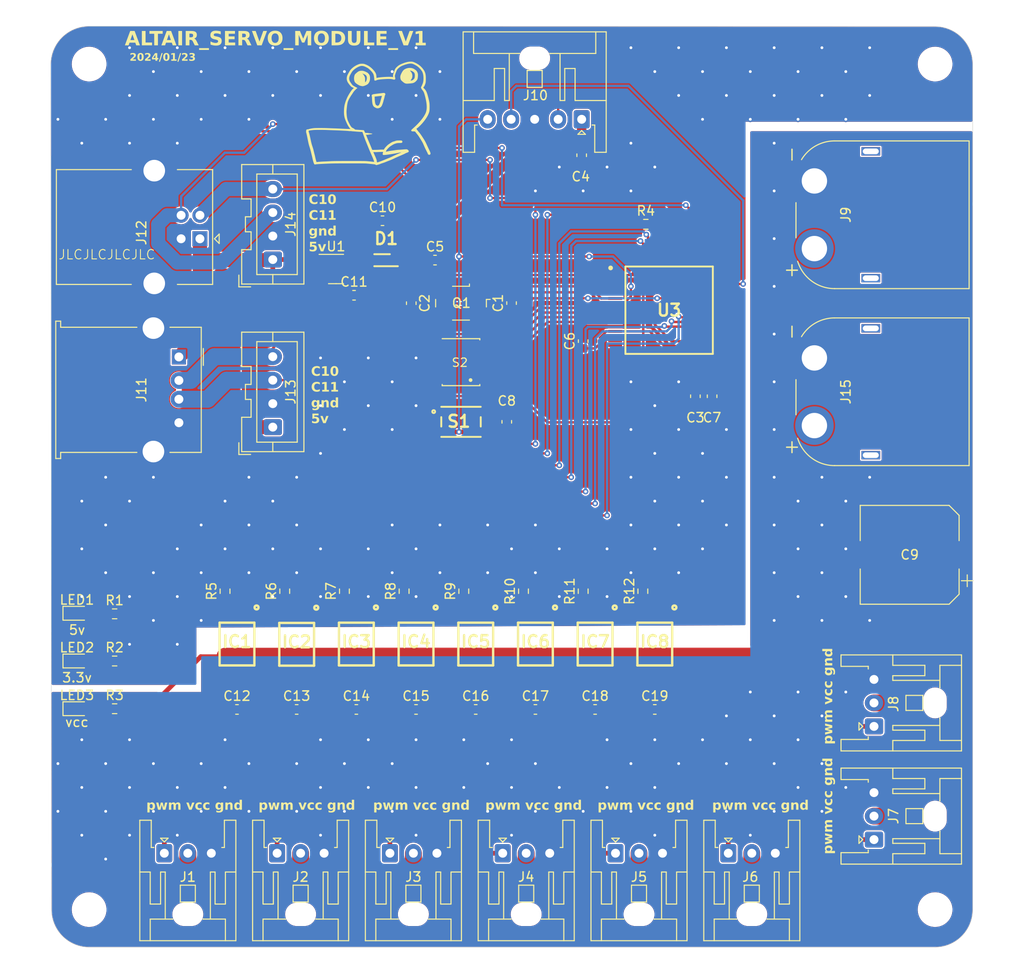
<source format=kicad_pcb>
(kicad_pcb (version 20221018) (generator pcbnew)
  (layers (0 "F.Cu" signal) (31 "B.Cu" signal) (34 "B.Paste" user) (35 "F.Paste" user) (36 "B.SilkS" user "B.Silkscreen") (37 "F.SilkS" user "F.Silkscreen") (38 "B.Mask" user) (39 "F.Mask" user) (44 "Edge.Cuts" user))
  (net 0 "")
  (net 1 "Net-(U3-PH0-OSC_IN)")
  (net 2 "Net-(U3-PH1-OSC_OUT)")
  (net 3 "GND")
  (net 4 "Net-(U3-VCAP_1)")
  (net 5 "+3.3V")
  (net 6 "nrst")
  (net 7 "VCC")
  (net 8 "GND1")
  (net 9 "s1")
  (net 10 "s2")
  (net 11 "s3")
  (net 12 "s4")
  (net 13 "s5")
  (net 14 "s6")
  (net 15 "s7")
  (net 16 "s8")
  (net 17 "swclk")
  (net 18 "swdio")
  (net 19 "Net-(U1-OUT)")
  (net 20 "B6")
  (net 21 "B7")
  (net 22 "B8")
  (net 23 "B9")
  (net 24 "Net-(U1-ADJ)")
  (net 25 "Net-(IC1-CATHODE)")
  (net 26 "Net-(IC2-CATHODE)")
  (net 27 "Net-(IC3-CATHODE)")
  (net 28 "Net-(IC4-CATHODE)")
  (net 29 "Net-(IC5-CATHODE)")
  (net 30 "Net-(IC6-CATHODE)")
  (net 31 "Net-(IC7-CATHODE)")
  (net 32 "Net-(IC8-CATHODE)")
  (net 33 "Net-(LED1-A)")
  (net 34 "Net-(LED2-A)")
  (net 35 "C6")
  (net 36 "C7")
  (net 37 "C8")
  (net 38 "C9")
  (net 39 "C10")
  (net 40 "C11")
  (net 41 "Net-(LED3-A)")
  (net 42 "Net-(U3-BOOT0)")
  (net 43 "Net-(U3-PC3)")
  (net 44 "Net-(U3-PC2)")
  (net 45 "+5V")
  (net 46 "Net-(U3-PC1)")
  (net 47 "A9")
  (net 48 "A10")
  (net 49 "Net-(U3-PC0)")
  (net 53 "A0")
  (net 54 "A1")
  (net 55 "unconnected-(U3-PA2-Pad16)")
  (footprint "Capacitor_SMD:C_0603_1608Metric" (layer "F.Cu") (at 157.48 118.695)
    (fp_text reference "C17")
    (fp_text value "0.1uF")
  )
  (footprint "SamacSys_Parts:SOD2513X117N" (layer "F.Cu") (at 141.1647 70.8762 180)
    (fp_text reference "D1")
    (fp_text value "BAT60JFILM" hide)
  )
  (footprint "SamacSys_Parts:11-4L1S_5-PIN-SOIC_" (layer "F.Cu") (at 170.18 111.735 180)
    (fp_text reference "IC8")
    (fp_text value "TLP152" hide)
  )
  (footprint "Capacitor_SMD:C_0603_1608Metric" (layer "F.Cu") (at 176.276 85.357 -90)
    (fp_text reference "C7")
    (fp_text value "0.1uF")
  )
  (footprint "LED_SMD:LED_0603_1608Metric" (layer "F.Cu") (at 108.703 118.618)
    (fp_text reference "LED3")
    (fp_text value "vcc")
  )
  (footprint "Crystal:Crystal_SMD_Abracon_ABM3B-4Pin_5.0x3.2mm" (layer "F.Cu") (at 149.563 75.451 180)
    (fp_text reference "Q1")
    (fp_text value "ABM3B-8.000MHZ-B2-T")
  )
  (footprint "Capacitor_SMD:C_0603_1608Metric" (layer "F.Cu") (at 125.73 118.695)
    (fp_text reference "C12")
    (fp_text value "0.1uF")
  )
  (footprint "Capacitor_SMD:C_0603_1608Metric" (layer "F.Cu") (at 170.18 118.695)
    (fp_text reference "C19")
    (fp_text value "0.1uF")
  )
  (footprint "Resistor_SMD:R_0603_1608Metric" (layer "F.Cu") (at 112.713 108.518)
    (fp_text reference "R1")
    (fp_text value "4.7k")
  )
  (footprint "Capacitor_SMD:C_0603_1608Metric" (layer "F.Cu") (at 154.94 75.44 90)
    (fp_text reference "C1")
    (fp_text value "22pF")
  )
  (footprint "LED_SMD:LED_0603_1608Metric" (layer "F.Cu") (at 108.703 108.458)
    (fp_text reference "LED1")
    (fp_text value "5v")
  )
  (footprint "Capacitor_SMD:CP_Elec_10x10" (layer "F.Cu") (at 197.295 102.235 180)
    (fp_text reference "C9")
    (fp_text value "330μf")
  )
  (footprint "Connector_JST:JST_XA_S03B-XASK-1_1x03_P2.50mm_Horizontal" (layer "F.Cu") (at 118 134)
    (fp_text reference "J1")
    (fp_text value "servo")
  )
  (footprint "Resistor_SMD:R_0603_1608Metric" (layer "F.Cu") (at 143.51 106.109 90)
    (fp_text reference "R8")
    (fp_text value "100")
  )
  (footprint "Connector_USB:USB_A_Molex_67643_Horizontal" (layer "F.Cu") (at 119.55 81.175 -90)
    (fp_text reference "J11")
    (fp_text value "USB_A")
  )
  (footprint "Capacitor_SMD:C_0603_1608Metric" (layer "F.Cu") (at 151.13 118.695)
    (fp_text reference "C16")
    (fp_text value "0.1uF")
  )
  (footprint "Resistor_SMD:R_0603_1608Metric" (layer "F.Cu") (at 156.21 106.109 90)
    (fp_text reference "R10")
    (fp_text value "100")
  )
  (footprint "Resistor_SMD:R_0603_1608Metric" (layer "F.Cu") (at 169.227 67.056)
    (fp_text reference "R4")
    (fp_text value "10k")
  )
  (footprint "Connector_JST:JST_XA_B04B-XASK-1_1x04_P2.50mm_Vertical" (layer "F.Cu") (at 129.54 70.805 90)
    (fp_text reference "J14")
    (fp_text value "Conn_01x04")
  )
  (footprint "Capacitor_SMD:C_0603_1608Metric" (layer "F.Cu") (at 144.78 118.695)
    (fp_text reference "C15")
    (fp_text value "0.1uF")
  )
  (footprint "SamacSys_Parts:11-4L1S_5-PIN-SOIC_" (layer "F.Cu") (at 138.43 111.735 180)
    (fp_text reference "IC3")
    (fp_text value "TLP152" hide)
  )
  (footprint "Connector_JST:JST_XA_S03B-XASK-1_1x03_P2.50mm_Horizontal" (layer "F.Cu") (at 166 134)
    (fp_text reference "J5")
    (fp_text value "servo")
  )
  (footprint "Connector_JST:JST_XA_S03B-XASK-1_1x03_P2.50mm_Horizontal" (layer "F.Cu") (at 193.5 120.5 90)
    (fp_text reference "J8")
    (fp_text value "servo")
  )
  (footprint "Resistor_SMD:R_0603_1608Metric" (layer "F.Cu") (at 168.91 106.109 90)
    (fp_text reference "R12")
    (fp_text value "100")
  )
  (footprint "MountingHole:MountingHole_3.2mm_M3" (layer "F.Cu") (at 200 50)
    (fp_text reference "REF**" hide)
    (fp_text value "MountingHole_3.2mm_M3")
  )
  (footprint "Connector_AMASS:AMASS_XT60PW-M_1x02_P7.20mm_Horizontal" (layer "F.Cu") (at 187.16 81.28 -90)
    (fp_text reference "J15")
    (fp_text value "power")
  )
  (footprint "SamacSys_Parts:11-4L1S_5-PIN-SOIC_" (layer "F.Cu") (at 151.13 111.735 180)
    (fp_text reference "IC5")
    (fp_text value "TLP152" hide)
  )
  (footprint "Capacitor_SMD:C_0603_1608Metric" (layer "F.Cu") (at 162.4 59.703 -90)
    (fp_text reference "C4")
    (fp_text value "0.1uF")
  )
  (footprint "SamacSys_Parts:QFP50P1200X1200X160-64N" (layer "F.Cu") (at 171.704 76.2)
    (fp_text reference "U3")
    (fp_text value "STM32F446RCT7" hide)
  )
  (footprint "Capacitor_SMD:C_0603_1608Metric" (layer "F.Cu") (at 146.799 70.866)
    (fp_text reference "C5")
    (fp_text value "0.1uF")
  )
  (footprint "Resistor_SMD:R_0603_1608Metric" (layer "F.Cu") (at 130.81 106.109 90)
    (fp_text reference "R6")
    (fp_text value "100")
  )
  (footprint "Connector_USB:USB_B_Lumberg_2411_02_Horizontal" (layer "F.Cu") (at 121.7875 68.595 180)
    (fp_text reference "J12")
    (fp_text value "USB_B")
  )
  (footprint "Connector_JST:JST_XA_S03B-XASK-1_1x03_P2.50mm_Horizontal" (layer "F.Cu") (at 178 134)
    (fp_text reference "J6")
    (fp_text value "servo")
  )
  (footprint "Connector_AMASS:AMASS_XT60PW-M_1x02_P7.20mm_Horizontal" (layer "F.Cu") (at 187.16 62.44 -90)
    (fp_text reference "J9")
    (fp_text value "power")
  )
  (footprint "Package_TO_SOT_SMD:SOT-23-5" (layer "F.Cu") (at 136.2655 71.816)
    (fp_text reference "U1")
    (fp_text value "SPX3819M5-L")
  )
  (footprint "SamacSys_Parts:11-4L1S_5-PIN-SOIC_" (layer "F.Cu") (at 163.83 111.735 180)
    (fp_text reference "IC7")
    (fp_text value "TLP152" hide)
  )
  (footprint "LED_SMD:LED_0603_1608Metric" (layer "F.Cu") (at 108.703 113.538)
    (fp_text reference "LED2")
    (fp_text value "3.3v")
  )
  (footprint "Connector_JST:JST_XA_S05B-XASK-1_1x05_P2.50mm_Horizontal" (layer "F.Cu") (at 162.4 55.88 180)
    (fp_text reference "J10")
    (fp_text value "stlink")
  )
  (footprint "Connector_JST:JST_XA_B04B-XASK-1_1x04_P2.50mm_Vertical" (layer "F.Cu") (at 129.54 88.645 90)
    (fp_text reference "J13")
    (fp_text value "Conn_01x04")
  )
  (footprint "MountingHole:MountingHole_3.2mm_M3" (layer "F.Cu") (at 200 140)
    (fp_text reference "REF**" hide)
    (fp_text value "MountingHole_3.2mm_M3")
  )
  (footprint "SamacSys_Parts:11-4L1S_5-PIN-SOIC_" (layer "F.Cu") (at 125.73 111.735 180)
    (fp_text reference "IC1")
    (fp_text value "TLP152" hide)
  )
  (footprint "Connector_JST:JST_XA_S03B-XASK-1_1x03_P2.50mm_Horizontal" (layer "F.Cu") (at 142 134)
    (fp_text reference "J3")
    (fp_text value "servo")
  )
  (footprint "SamacSys_Parts:11-4L1S_5-PIN-SOIC_" (layer "F.Cu") (at 144.78 111.735 180)
    (fp_text reference "IC4")
    (fp_text value "TLP152" hide)
  )
  (footprint "Resistor_SMD:R_0603_1608Metric" (layer "F.Cu") (at 112.713 118.618)
    (fp_text reference "R3")
    (fp_text value "4.7k")
  )
  (footprint "MountingHole:MountingHole_3.2mm_M3" (layer "F.Cu") (at 110 50)
    (fp_text reference "REF**" hide)
    (fp_text value "MountingHole_3.2mm_M3")
  )
  (footprint "Capacitor_SMD:C_0603_1608Metric" (layer "F.Cu") (at 163.83 118.695)
    (fp_text reference "C18")
    (fp_text value "0.1uF")
  )
  (footprint "SamacSys_Parts:SMT_4.2X3.2_" (layer "F.Cu") (at 149.563 88.081)
    (fp_text reference "S1")
    (fp_text value "SKRPACE010" hide)
  )
  (footprint "Resistor_SMD:R_0603_1608Metric" (layer "F.Cu") (at 124.46 106.109 90)
    (fp_text reference "R5")
    (fp_text value "100")
  )
  (footprint "Resistor_SMD:R_0603_1608Metric" (layer "F.Cu") (at 162.56 106.109 90)
    (fp_text reference "R11")
    (fp_text value "100")
  )
  (footprint "servoV1:SOIC127P600X175-8N" (layer "F.Cu") (at 149.563 81.731 180)
    (fp_text reference "S2")
    (fp_text value "KHS42E")
  )
  (footprint "Capacitor_SMD:C_0603_1608Metric" (layer "F.Cu") (at 144.272 75.451 -90)
    (fp_text reference "C2")
    (fp_text value "22pF")
  )
  (footprint "Connector_JST:JST_XA_S03B-XASK-1_1x03_P2.50mm_Horizontal" (layer "F.Cu") (at 154 134)
    (fp_text reference "J4")
    (fp_text value "servo")
  )
  (footprint "Resistor_SMD:R_0603_1608Metric" (layer "F.Cu") (at 137.16 106.109 90)
    (fp_text reference "R7")
    (fp_text value "100")
  )
  (footprint "SamacSys_Parts:11-4L1S_5-PIN-SOIC_" (layer "F.Cu") (at 157.48 111.735 180)
    (fp_text reference "IC6")
    (fp_text value "TLP152" hide)
  )
  (footprint "Capacitor_SMD:C_0603_1608Metric" (layer "F.Cu") (at 141.211 66.675)
    (fp_text reference "C10")
    (fp_text value "2.2uF")
  )
  (footprint "Capacitor_SMD:C_0603_1608Metric" (layer "F.Cu") (at 138.1835 74.61)
    (fp_text reference "C11")
    (fp_text value "4.7nF")
  )
  (footprint "Resistor_SMD:R_0603_1608Metric" (layer "F.Cu") (at 149.86 106.109 90)
    (fp_text reference "R9")
    (fp_text value "100")
  )
  (footprint "Resistor_SMD:R_0603_1608Metric" (layer "F.Cu") (at 112.713 113.538)
    (fp_text reference "R2")
    (fp_text value "1k")
  )
  (footprint "AltairMD_V6:altair1" (layer "F.Cu") (at 141.620574 55.327756)
    (fp_text reference "G***" hide)
    (fp_text value "LOGO" hide)
  )
  (footprint "Connector_JST:JST_XA_S03B-XASK-1_1x03_P2.50mm_Horizontal" (layer "F.Cu") (at 130 134)
    (fp_text reference "J2")
    (fp_text value "servo")
  )
  (footprint "Capacitor_SMD:C_0603_1608Metric" (layer "F.Cu") (at 154.432 88.081 90)
    (fp_text reference "C8")
    (fp_text value "0.1uF")
  )
  (footprint "MountingHole:MountingHole_3.2mm_M3" (layer "F.Cu") (at 110 140)
    (fp_text reference "REF**" hide)
    (fp_text value "MountingHole_3.2mm_M3")
  )
  (footprint "Capacitor_SMD:C_0603_1608Metric" (layer "F.Cu") (at 174.498 85.357 -90)
    (fp_text reference "C3")
    (fp_text value "4.7uF")
  )
  (footprint "Capacitor_SMD:C_0603_1608Metric" (layer "F.Cu") (at 132.08 118.695)
    (fp_text reference "C13")
    (fp_text value "0.1uF")
  )
  (footprint "Connector_JST:JST_XA_S03B-XASK-1_1x03_P2.50mm_Horizontal" (layer "F.Cu") (at 193.5 132.55 90)
    (fp_text reference "J7")
    (fp_text value "servo")
  )
  (footprint "Capacitor_SMD:C_0603_1608Metric" (layer "F.Cu") (at 138.43 118.695)
    (fp_text reference "C14")
    (fp_text value "0.1uF")
  )
  (footprint "SamacSys_Parts:11-4L1S_5-PIN-SOIC_" (layer "F.Cu") (at 132.08 111.76 180)
    (fp_text reference "IC2")
    (fp_text value "TLP152" hide)
  )
  (footprint "Capacitor_SMD:C_0603_1608Metric" (layer "F.Cu") (at 162.56 79.489 90)
    (fp_text reference "C6")
    (fp_text value "0.1uF" hide)
  )
  (gr_line (start 105.918 50.038) (end 106 140) (stroke (width 0.05)) (layer "Edge.Cuts"))
  (gr_arc (start 200 46) (mid 202.828427 47.171573) (end 204 50) (stroke (width 0.05)) (layer "Edge.Cuts"))
  (gr_line (start 204 140) (end 204 50) (stroke (width 0.05)) (layer "Edge.Cuts"))
  (gr_arc (start 110 144) (mid 107.171573 142.828427) (end 106 140) (stroke (width 0.05)) (layer "Edge.Cuts"))
  (gr_arc (start 105.918 50.038) (mid 107.108318 47.164318) (end 109.982 45.974) (stroke (width 0.05)) (layer "Edge.Cuts"))
  (gr_arc (start 204 140) (mid 202.828427 142.828427) (end 200 144) (stroke (width 0.05)) (layer "Edge.Cuts"))
  (gr_line (start 200 46) (end 109.982 45.974) (stroke (width 0.05)) (layer "Edge.Cuts"))
  (gr_line (start 110 144) (end 200 144) (stroke (width 0.05)) (layer "Edge.Cuts"))
  (gr_text "pwm vcc gnd\n" (at 152.146 129.54) (layer "F.SilkS") (effects (font (size 1 1) (thickness 0.1)) (justify left bottom)))
  (gr_text "pwm vcc gnd\n" (at 189.23 134.112 90) (layer "F.SilkS") (effects (font (size 1 1) (thickness 0.1)) (justify left bottom)))
  (gr_text "pwm vcc gnd\n" (at 176.276 129.54) (layer "F.SilkS") (effects (font (size 1 1) (thickness 0.1)) (justify left bottom)))
  (gr_text "pwm vcc gnd\n" (at 116.078 129.54) (layer "F.SilkS") (effects (font (size 1 1) (thickness 0.1)) (justify left bottom)))
  (gr_text "C10\nC11\ngnd\n5v" (at 133.604 88.392) (layer "F.SilkS") (effects (font (size 1 1) (thickness 0.1)) (justify left bottom)))
  (gr_text "pwm vcc gnd\n" (at 189.23 122.428 90) (layer "F.SilkS") (effects (font (size 1 1) (thickness 0.1)) (justify left bottom)))
  (gr_text "pwm vcc gnd\n" (at 140.208 129.54) (layer "F.SilkS") (effects (font (size 1 1) (thickness 0.1)) (justify left bottom)))
  (gr_text "C10\nC11\ngnd\n5v" (at 133.35 70.104) (layer "F.SilkS") (effects (font (size 1 1) (thickness 0.1)) (justify left bottom)))
  (gr_text "pwm vcc gnd\n" (at 164.084 129.54) (layer "F.SilkS") (effects (font (size 1 1) (thickness 0.1)) (justify left bottom)))
  (gr_text "JLCJLCJLCJLC" (at 106.68 70.866) (layer "F.SilkS") (effects (font (size 1 1) (thickness 0.1)) (justify left bottom)))
  (gr_text "pwm vcc gnd\n" (at 128.016 129.54) (layer "F.SilkS") (effects (font (size 1 1) (thickness 0.1)) (justify left bottom)))
  (gr_text "2024/01/23" (at 114.3 49.784) (layer "F.SilkS") (effects (font (size 0.8 0.8) (thickness 0.1) italic) (justify left bottom)))
  (gr_text "ALTAIR_SERVO_MODULE_V1\n" (at 113.792 48.26) (layer "F.SilkS") (effects (font (size 1.5 1.5) (thickness 0.3) bold) (justify left bottom)))
  (segment (start 155.945 73.66) (end 154.94 74.665) (width 0.25) (layer "F.Cu") (net 1))
  (segment (start 153.924 74.676) (end 153.935 74.665) (width 1) (layer "F.Cu") (net 1))
  (segment (start 153.499 74.251) (end 153.924 74.676) (width 1) (layer "F.Cu") (net 1))
  (segment (start 163.83 73.66) (end 155.945 73.66) (width 0.25) (layer "F.Cu") (net 1))
  (segment (start 153.935 74.665) (end 154.94 74.665) (width 1) (layer "F.Cu") (net 1))
  (segment (start 151.563 74.251) (end 153.499 74.251) (width 1) (layer "F.Cu") (net 1))
  (segment (start 165.966 74.45) (end 164.62 74.45) (width 0.25) (layer "F.Cu") (net 1))
  (segment (start 164.62 74.45) (end 163.83 73.66) (width 0.25) (layer "F.Cu") (net 1))
  (segment (start 164.485 74.95) (end 163.83 74.295) (width 0.25) (layer "F.Cu") (net 2))
  (segment (start 165.966 74.95) (end 164.485 74.95) (width 0.25) (layer "F.Cu") (net 2))
  (segment (start 163.83 74.295) (end 156.845 74.295) (width 0.25) (layer "F.Cu") (net 2))
  (segment (start 145.568 76.226) (end 145.993 76.651) (width 1) (layer "F.Cu") (net 2))
  (segment (start 155.6524 75.4876) (end 148.7264 75.4876) (width 0.25) (layer "F.Cu") (net 2))
  (segment (start 144.272 76.226) (end 145.568 76.226) (width 1) (layer "F.Cu") (net 2))
  (segment (start 145.993 76.651) (end 147.563 76.651) (width 1) (layer "F.Cu") (net 2))
  (segment (start 156.845 74.295) (end 155.6524 75.4876) (width 0.25) (layer "F.Cu") (net 2))
  (segment (start 148.7264 75.4876) (end 147.563 76.651) (width 0.25) (layer "F.Cu") (net 2))
  (segment (start 168.454 70.462) (end 168.454 69.5197) (width 0.25) (layer "F.Cu") (net 3))
  (segment (start 168.3814 69.4471) (end 167.894 69.4471) (width 0.25) (layer "F.Cu") (net 3))
  (segment (start 167.894 67.564) (end 168.402 67.056) (width 0.25) (layer "F.Cu") (net 3))
  (segment (start 168.454 69.5197) (end 168.3814 69.4471) (width 0.25) (layer "F.Cu") (net 3))
  (segment (start 167.894 69.4471) (end 167.894 67.564) (width 0.25) (layer "F.Cu") (net 3))
  (via (at 114.3 58.42) (size 0.6) (drill 0.3) (layers "F.Cu" "B.Cu") (net 3))
  (via (at 182.88 48.26) (size 0.6) (drill 0.3) (layers "F.Cu" "B.Cu") (net 3))
  (via (at 177.8 88.9) (size 0.6) (drill 0.3) (layers "F.Cu" "B.Cu") (net 3))
  (via (at 175.26 96.52) (size 0.6) (drill 0.3) (layers "F.Cu" "B.Cu") (net 3))
  (via (at 139.7 86.36) (size 0.6) (drill 0.3) (layers "F.Cu" "B.Cu") (net 3))
  (via (at 142.24 50.8) (size 0.6) (drill 0.3) (layers "F.Cu" "B.Cu") (net 3))
  (via (at 170.18 86.36) (size 0.6) (drill 0.3) (layers "F.Cu" "B.Cu") (net 3))
  (via (at 109.22 96.52) (size 0.6) (drill 0.3) (layers "F.Cu" "B.Cu") (net 3))
  (via (at 109.22 106.68) (size 0.6) (drill 0.3) (layers "F.Cu" "B.Cu") (net 3))
  (via (at 185.42 50.8) (size 0.6) (drill 0.3) (layers "F.Cu" "B.Cu") (net 3))
  (via (at 177.8 53.34) (size 0.6) (drill 0.3) (layers "F.Cu" "B.Cu") (net 3))
  (via (at 119.38 106.68) (size 0.6) (drill 0.3) (layers "F.Cu" "B.Cu") (net 3))
  (via (at 185.42 55.88) (size 0.6) (drill 0.3) (layers "F.Cu" "B.Cu") (net 3))
  (via (at 152.4 104.14) (size 0.6) (drill 0.3) (layers "F.Cu" "B.Cu") (net 3))
  (via (at 121.92 50.8) (size 0.6) (drill 0.3) (layers "F.Cu" "B.Cu") (net 3))
  (via (at 165.1 101.6) (size 0.6) (drill 0.3) (layers "F.Cu" "B.Cu") (net 3))
  (via (at 193.04 48.26) (size 0.6) (drill 0.3) (layers "F.Cu" "B.Cu") (net 3))
  (via (at 190.5 55.88) (size 0.6) (drill 0.3) (layers "F.Cu" "B.Cu") (net 3))
  (via (at 142.24 55.88) (size 0.6) (drill 0.3) (layers "F.Cu" "B.Cu") (net 3))
  (via (at 180.34 55.88) (size 0.6) (drill 0.3) (layers "F.Cu" "B.Cu") (net 3))
  (via (at 167.64 58.42) (size 0.6) (drill 0.3) (layers "F.Cu" "B.Cu") (net 3))
  (via (at 170.18 60.96) (size 0.6) (drill 0.3) (layers "F.Cu" "B.Cu") (net 3))
  (via (at 157.48 104.14) (size 0.6) (drill 0.3) (layers "F.Cu" "B.Cu") (net 3))
  (via (at 129.54 53.34) (size 0.6) (drill 0.3) (layers "F.Cu" "B.Cu") (net 3))
  (via (at 121.92 109.22) (size 0.6) (drill 0.3) (layers "F.Cu" "B.Cu") (net 3))
  (via (at 147.32 99.06) (size 0.6) (drill 0.3) (layers "F.Cu" "B.Cu") (net 3))
  (via (at 142.24 99.06) (size 0.6) (drill 0.3) (layers "F.Cu" "B.Cu") (net 3))
  (via (at 119.38 101.6) (size 0.6) (drill 0.3) (layers "F.Cu" "B.Cu") (net 3))
  (via (at 116.84 93.98) (size 0.6) (drill 0.3) (layers "F.Cu" "B.Cu") (net 3))
  (via (at 175.26 91.44) (size 0.6) (drill 0.3) (layers "F.Cu" "B.Cu") (net 3))
  (via (at 129.54 106.68) (size 0.6) (drill 0.3) (layers "F.Cu" "B.Cu") (net 3))
  (via (at 167.64 99.06) (size 0.6) (drill 0.3) (layers "F.Cu" "B.Cu") (net 3))
  (via (at 167.64 93.98) (size 0.6) (drill 0.3) (layers "F.Cu" "B.Cu") (net 3))
  (via (at 121.92 104.14) (size 0.6) (drill 0.3) (layers "F.Cu" "B.Cu") (net 3))
  (via (at 129.54 101.6) (size 0.6) (drill 0.3) (layers "F.Cu" "B.Cu") (net 3))
  (via (at 129.54 96.52) (size 0.6) (drill 0.3) (layers "F.Cu" "B.Cu") (net 3))
  (via (at 180.34 50.8) (size 0.6) (drill 0.3) (layers "F.Cu" "B.Cu") (net 3))
  (via (at 172.72 88.9) (size 0.6) (drill 0.3) (layers "F.Cu" "B.Cu") (net 3))
  (via (at 124.46 96.52) (size 0.6) (drill 0.3) (layers "F.Cu" "B.Cu") (net 3))
  (via (at 124.46 48.26) (size 0.6) (drill 0.3) (layers "F.Cu" "B.Cu") (net 3))
  (via (at 190.5 50.8) (size 0.6) (drill 0.3) (layers "F.Cu" "B.Cu") (net 3))
  (via (at 114.3 53.34) (size 0.6) (drill 0.3) (layers "F.Cu" "B.Cu") (net 3))
  (via (at 134.62 53.34) (size 0.6) (drill 0.3) (layers "F.Cu" "B.Cu") (net 3))
  (via (at 134.62 106.68) (size 0.6) (drill 0.3) (layers "F.Cu" "B.Cu") (net 3))
  (via (at 116.84 55.88) (size 0.6) (drill 0.3) (layers "F.Cu" "B.Cu") (net 3))
  (via (at 167.64 63.5) (size 0.6) (drill 0.3) (layers "F.Cu" "B.Cu") (net 3))
  (via (at 175.26 50.8) (size 0.6) (drill 0.3) (layers "F.Cu" "B.Cu") (net 3))
  (via (at 193.04 53.34) (size 0.6) (drill 0.3) (layers "F.Cu" "B.Cu") (net 3))
  (via (at 139.7 106.68) (size 0.6) (drill 0.3) (layers "F.Cu" "B.Cu") (net 3))
  (via (at 139.7 101.6) (size 0.6) (drill 0.3) (layers "F.Cu" "B.Cu") (net 3))
  (via (at 114.3 106.68) (size 0.6) (drill 0.3) (layers "F.Cu" "B.Cu") (net 3))
  (via (at 172.72 99.06) (size 0.6) (drill 0.3) (layers "F.Cu" "B.Cu") (net 3))
  (via (at 144.78 81.28) (size 0.6) (drill 0.3) (layers "F.Cu" "B.Cu") (net 3))
  (via (at 109.22 58.42) (size 0.6) (drill 0.3) (layers "F.Cu" "B.Cu") (net 3))
  (via (at 114.3 48.26) (size 0.6) (drill 0.3) (layers "F.Cu" "B.Cu") (net 3))
  (via (at 109.22 101.6) (size 0.6) (drill 0.3) (layers "F.Cu" "B.Cu") (net 3))
  (via (at 134.62 101.6) (size 0.6) (drill 0.3) (layers "F.Cu" "B.Cu") (net 3))
  (via (at 144.78 53.34) (size 0.6) (drill 0.3) (layers "F.Cu" "B.Cu") (net 3))
  (via (at 132.08 104.14) (size 0.6) (drill 0.3) (layers "F.Cu" "B.Cu") (net 3))
  (via (at 172.72 48.26) (size 0.6) (drill 0.3) (layers "F.Cu" "B.Cu") (net 3))
  (via (at 116.84 109.22) (size 0.6) (drill 0.3) (layers "F.Cu" "B.Cu") (net 3))
  (via (at 172.72 104.14) (size 0.6) (drill 0.3) (layers "F.Cu" "B.Cu") (net 3))
  (via (at 172.72 93.98) (size 0.6) (drill 0.3) (layers "F.Cu" "B.Cu") (net 3))
  (via (at 160.02 106.68) (size 0.6) (drill 0.3) (layers "F.Cu" "B.Cu") (net 3))
  (via (at 170.18 101.6) (size 0.6) (drill 0.3) (layers "F.Cu" "B.Cu") (net 3))
  (via (at 116.84 104.14) (size 0.6) (drill 0.3) (layers "F.Cu" "B.Cu") (net 3))
  (via (at 142.24 88.9) (size 0.6) (drill 0.3) (layers "F.Cu" "B.Cu") (net 3))
  (via (at 142.24 104.14) (size 0.6) (drill 0.3) (layers "F.Cu" "B.Cu") (net 3))
  (via (at 152.4 99.06) (size 0.6) (drill 0.3) (layers "F.Cu" "B.Cu") (net 3))
  (via (at 127 104.14) (size 0.6) (drill 0.3) (layers "F.Cu" "B.Cu") (net 3))
  (via (at 137.16 83.82) (size 0.6) (drill 0.3) (layers "F.Cu" "B.Cu") (net 3))
  (via (at 111.76 93.98) (size 0.6) (drill 0.3) (layers "F.Cu" "B.Cu") (net 3))
  (via (at 170.18 50.8) (size 0.6) (drill 0.3) (layers "F.Cu" "B.Cu") (net 3))
  (via (at 139.7 48.26) (size 0.6) (drill 0.3) (layers "F.Cu" "B.Cu") (net 3))
  (via (at 157.48 99.06) (size 0.6) (drill 0.3) (layers "F.Cu" "B.Cu") (net 3))
  (via (at 124.46 53.34) (size 0.6) (drill 0.3) (layers "F.Cu" "B.Cu") (net 3))
  (via (at 144.78 48.26) (size 0.6) (drill 0.3) (layers "F.Cu" "B.Cu") (net 3))
  (via (at 165.1 60.96) (size 0.6) (drill 0.3) (layers "F.Cu" "B.Cu") (net 3))
  (via (at 137.16 50.8) (size 0.6) (drill 0.3) (layers "F.Cu" "B.Cu") (net 3))
  (via (at 154.94 106.68) (size 0.6) (drill 0.3) (layers "F.Cu" "B.Cu") (net 3))
  (via (at 175.26 55.88) (size 0.6) (drill 0.3) (layers "F.Cu" "B.Cu") (net 3))
  (via (at 111.76 104.14) (size 0.6) (drill 0.3) (layers "F.Cu" "B.Cu") (net 3))
  (via (at 167.64 88.9) (size 0.6) (drill 0.3) (layers "F.Cu" "B.Cu") (net 3))
  (via (at 111.76 99.06) (size 0.6) (drill 0.3) (layers "F.Cu" "B.Cu") (net 3))
  (via (at 119.38 111.76) (size 0.6) (drill 0.3) (layers "F.Cu" "B.Cu") (net 3))
  (via (at 124.46 101.6) (size 0.6) (drill 0.3) (layers "F.Cu" "B.Cu") (net 3))
  (via (at 147.32 55.88) (size 0.6) (drill 0.3) (layers "F.Cu" "B.Cu") (net 3))
  (via (at 127 50.8) (size 0.6) (drill 0.3) (layers "F.Cu" "B.Cu") (net 3))
  (via (at 129.54 48.26) (size 0.6) (drill 0.3) (layers "F.Cu" "B.Cu") (net 3))
  (via (at 116.84 50.8) (size 0.6) (drill 0.3) (layers "F.Cu" "B.Cu") (net 3))
  (via (at 114.3 96.52) (size 0.6) (drill 0.3) (layers "F.Cu" "B.Cu") (net 3))
  (via (at 167.64 48.26) (size 0.6) (drill 0.3) (layers "F.Cu" "B.Cu") (net 3))
  (via (at 170.18 96.52) (size 0.6) (drill 0.3) (layers "F.Cu" "B.Cu") (net 3))
  (via (at 187.96 48.26) (size 0.6) (drill 0.3) (layers "F.Cu" "B.Cu") (net 3))
  (via (at 187.96 53.34) (size 0.6) (drill 0.3) (layers "F.Cu" "B.Cu") (net 3))
  (via (at 175.26 101.6) (size 0.6) (drill 0.3) (layers "F.Cu" "B.Cu") (net 3))
  (via (at 172.72 83.82) (size 0.6) (drill 0.3) (layers "F.Cu" "B.Cu") (net 3))
  (via (at 137.16 88.9) (size 0.6) (drill 0.3) (layers "F.Cu" "B.Cu") (net 3))
  (via (at 119.38 48.26) (size 0.6) (drill 0.3) (layers "F.Cu" "B.Cu") (net 3))
  (via (at 177.8 99.06) (size 0.6) (drill 0.3) (layers "F.Cu" "B.Cu") (net 3))
  (via (at 119.38 53.34) (size 0.6) (drill 0.3) (layers "F.Cu" "B.Cu") (net 3))
  (via (at 157.48 63.5) (size 0.6) (drill 0.3) (layers "F.Cu" "B.Cu") (net 3))
  (via (at 177.8 93.98) (size 0.6) (drill 0.3) (layers "F.Cu" "B.Cu") (net 3))
  (via (at 127 55.88) (size 0.6) (drill 0.3) (layers "F.Cu" "B.Cu") (net 3))
  (via (at 139.7 81.28) (size 0.6) (drill 0.3) (layers "F.Cu" "B.Cu") (net 3))
  (via (at 154.94 101.6) (size 0.6) (drill 0.3) (layers "F.Cu" "B.Cu") (net 3))
  (via (at 144.78 106.68) (size 0.6) (drill 0.3) (layers "F.Cu" "B.Cu") (net 3))
  (via (at 132.08 50.8) (size 0.6) (drill 0.3) (layers "F.Cu" "B.Cu") (net 3))
  (via (at 106.68 55.88) (size 0.6) (drill 0.3) (layers "F.Cu" "B.Cu") (net 3))
  (via (at 127 93.98) (size 0.6) (drill 0.3) (layers "F.Cu" "B.Cu") (net 3))
  (via (at 170.18 91.44) (size 0.6) (drill 0.3) (layers "F.Cu" "B.Cu") (net 3))
  (via (at 132.08 99.06) (size 0.6) (drill 0.3) (layers "F.Cu" "B.Cu") (net 3))
  (via (at 165.1 106.68) (size 0.6) (drill 0.3) (layers "F.Cu" "B.Cu") (net 3))
  (via (at 111.76 55.88) (size 0.6) (drill 0.3) (layers "F.Cu" "B.Cu") (net 3))
  (via (at 142.24 83.82) (size 0.6) (drill 0.3) (layers "F.Cu" "B.Cu") (net 3))
  (via (at 144.78 101.6) (size 0.6) (drill 0.3) (layers "F.Cu" "B.Cu") (net 3))
  (via (at 121.92 99.06) (size 0.6) (drill 0.3) (layers "F.Cu" "B.Cu") (net 3))
  (via (at 160.02 60.96) (size 0.6) (drill 0.3) (layers "F.Cu" "B.Cu") (net 3))
  (via (at 182.88 53.34) (size 0.6) (drill 0.3) (layers "F.Cu" "B.Cu") (net 3))
  (via (at 147.32 50.8) (size 0.6) (drill 0.3) (layers "F.Cu" "B.Cu") (net 3))
  (via (at 134.62 48.26) (size 0.6) (drill 0.3) (layers "F.Cu" "B.Cu") (net 3))
  (via (at 172.72 53.34) (size 0.6) (drill 0.3) (layers "F.Cu" "B.Cu") (net 3))
  (via (at 134.62 86.36) (size 0.6) (drill 0.3) (layers "F.Cu" "B.Cu") (net 3))
  (via (at 119.38 58.42) (size 0.6) (drill 0.3) (layers "F.Cu" "B.Cu") (net 3))
  (via (at 177.8 48.26) (size 0.6) (drill 0.3) (layers "F.Cu" "B.Cu") (net 3))
  (via (at 134.62 81.28) (size 0.6) (drill 0.3) (layers "F.Cu" "B.Cu") (net 3))
  (via (at 144.78 86.36) (size 0.6) (drill 0.3) (layers "F.Cu" "B.Cu") (net 3))
  (via (at 139.7 53.34) (size 0.6) (drill 0.3) (layers "F.Cu" "B.Cu") (net 3))
  (via (at 134.62 91.44) (size 0.6) (drill 0.3) (layers "F.Cu" "B.Cu") (net 3))
  (via (at 160.02 101.6) (size 0.6) (drill 0.3) (layers "F.Cu" "B.Cu") (net 3))
  (via (at 127 99.06) (size 0.6) (drill 0.3) (layers "F.Cu" "B.Cu") (net 3))
  (via (at 162.56 63.5) (size 0.6) (drill 0.3) (layers "F.Cu" "B.Cu") (net 3))
  (via (at 114.3 111.76) (size 0.6) (drill 0.3) (layers "F.Cu" "B.Cu") (net 3))
  (via (at 132.08 93.98) (size 0.6) (drill 0.3) (layers "F.Cu" "B.Cu") (net 3))
  (via (at 167.64 104.14) (size 0.6) (drill 0.3) (layers "F.Cu" "B.Cu") (net 3))
  (via (at 147.32 104.14) (size 0.6) (drill 0.3) (layers "F.Cu" "B.Cu") (net 3))
  (via (at 121.92 55.88) (size 0.6) (drill 0.3) (layers "F.Cu" "B.Cu") (net 3))
  (via (at 167.64 83.82) (size 0.6) (drill 0.3) (layers "F.Cu" "B.Cu") (net 3))
  (segment (start 174.498 84.582) (end 174.454 84.538) (width 0.25) (layer "F.Cu") (net 4))
  (segment (start 174.454 84.538) (end 174.454 81.938) (width 0.25) (layer "F.Cu") (net 4))
  (segment (start 162.56 80.264) (end 163.83 80.264) (width 0.25) (layer "F.Cu") (net 5))
  (segment (start 146.0551 68.8391) (end 145.5471 69.3471) (width 1) (layer "F.Cu") (net 5))
  (segment (start 113.538 113.538) (end 113.03 113.03) (width 0.25) (layer "F.Cu") (net 5))
  (segment (start 146.0138 70.8762) (end 146.024 70.866) (width 1) (layer "F.Cu") (net 5))
  (segment (start 106.15 60.22) (end 109.22 57.15) (width 0.25) (layer "F.Cu") (net 5))
  (segment (start 144.018 70.8762) (end 146.0138 70.8762) (width 1) (layer "F.Cu") (net 5))
  (segment (start 145.5471 69.3471) (end 145.2931 69.6011) (width 1) (layer "F.Cu") (net 5))
  (segment (start 146.05 70.892) (end 146.024 70.866) (width 0.25) (layer "F.Cu") (net 5))
  (segment (start 139.14975 57.15) (end 146.024 64.02425) (width 0.25) (layer "F.Cu") (net 5))
  (segment (start 146.11 72.45) (end 146.05 72.39) (width 0.25) (layer "F.Cu") (net 5))
  (segment (start 165.966 72.45) (end 146.11 72.45) (width 0.25) (layer "F.Cu") (net 5))
  (segment (start 146.024 69.824) (end 146.024 68.8702) (width 0.25) (layer "F.Cu") (net 5))
  (segment (start 165.966 72.45) (end 167.64 72.45) (width 0.25) (layer "F.Cu") (net 5))
  (segment (start 146.024 64.02425) (end 146.024 70.866) (width 0.25) (layer "F.Cu") (net 5))
  (segment (start 155.956 58.928) (end 151.638 63.246) (width 1) (layer "F.Cu") (net 5))
  (segment (start 165.0237 78.45) (end 165.966 78.45) (width 0.25) (layer "F.Cu") (net 5))
  (segment (start 162.56 80.01) (end 162.56 80.264) (width 0.25) (layer "F.Cu") (net 5))
  (segment (start 168.954 72.494) (end 168.91 72.45) (width 0.25) (layer "F.Cu") (net 5))
  (segment (start 146.4361 68.4581) (end 146.0551 68.8391) (width 1) (layer "F.Cu") (net 5))
  (segment (start 174.4683 80.01) (end 175.454 80.9957) (width 0.25) (layer "F.Cu") (net 5))
  (segment (start 163.83 80.264) (end 164.338 79.756) (width 0.25) (layer "F.Cu") (net 5))
  (segment (start 164.338 79.1357) (end 165.0237 78.45) (width 0.25) (layer "F.Cu") (net 5))
  (segment (start 171.196 80.01) (end 174.4683 80.01) (width 0.25) (layer "F.Cu") (net 5))
  (segment (start 145.2931 70.1351) (end 145.6042 69.824) (width 1) (layer "F.Cu") (net 5))
  (segment (start 145.2931 69.6011) (end 145.2931 70.1351) (width 1) (layer "F.Cu") (net 5))
  (segment (start 168.91 72.45) (end 177.442 72.45) (width 0.25) (layer "F.Cu") (net 5))
  (segment (start 144.018 70.8762) (end 146.0551 68.8391) (width 1) (layer "F.Cu") (net 5))
  (segment (start 145.5471 69.3471) (end 146.024 69.824) (width 0.25) (layer "F.Cu") (net 5))
  (segment (start 146.05 72.39) (end 146.05 70.892) (width 0.25) (layer "F.Cu") (net 5))
  (segment (start 162.4 55.88) (end 162.4 58.928) (width 1) (layer "F.Cu") (net 5))
  (segment (start 167.954 72.136) (end 168.268 72.45) (width 0.25) (layer "F.Cu") (net 5))
  (segment (start 146.024 68.8702) (end 146.024 70.866) (width 1) (layer "F.Cu") (net 5))
  (segment (start 145.2931 70.1351) (end 146.024 70.866) (width 1) (layer "F.Cu") (net 5))
  (segment (start 151.638 63.246) (end 151.638 63.2562) (width 1) (layer "F.Cu") (net 5))
  (segment (start 175.454 81.938) (end 175.454 82.744) (width 0.25) (layer "F.Cu") (net 5))
  (segment (start 113.03 111.76) (end 107.95 111.76) (width 0.25) (layer "F.Cu") (net 5))
  (segment (start 106.15 109.96) (end 106.15 60.22) (width 0.25) (layer "F.Cu") (net 5))
  (segment (start 145.6042 69.824) (end 146.024 69.824) (width 1) (layer "F.Cu") (net 5))
  (segment (start 169.636 78.45) (end 171.196 80.01) (width 0.25) (layer "F.Cu") (net 5))
  (segment (start 164.338 79.756) (end 164.338 79.1357) (width 0.25) (layer "F.Cu") (net 5))
  (segment (start 175.454 80.9957) (end 175.454 81.938) (width 0.25) (layer "F.Cu") (net 5))
  (segment (start 167.954 70.462) (end 167.954 72.136) (width 0.25) (layer "F.Cu") (net 5))
  (segment (start 146.024 68.8702) (end 146.0551 68.8391) (width 0.25) (layer "F.Cu") (net 5))
  (segment (start 146.024 70.866) (end 146.024 69.824) (width 0.25) (layer "F.Cu") (net 5))
  (segment (start 109.22 57.15) (end 139.14975 57.15) (width 0.25) (layer "F.Cu") (net 5))
  (segment (start 175.454 82.744) (end 176.276 83.566) (width 0.25) (layer "F.Cu") (net 5))
  (segment (start 167.64 72.45) (end 167.954 72.136) (width 0.25) (layer "F.Cu") (net 5))
  (segment (start 162.4 58.928) (end 155.956 58.928) (width 1) (layer "F.Cu") (net 5))
  (segment (start 146.4361 68.4581) (end 146.024 68.8702) (width 1) (layer "F.Cu") (net 5))
  (segment (start 165.966 78.45) (end 169.636 78.45) (width 0.25) (layer "F.Cu") (net 5))
  (segment (start 113.03 113.03) (end 113.03 111.76) (width 0.25) (layer "F.Cu") (net 5))
  (segment (start 151.638 63.2562) (end 146.4361 68.4581) (width 1) (layer "F.Cu") (net 5))
  (segment (start 168.268 72.45) (end 168.91 72.45) (width 0.25) (layer "F.Cu") (net 5))
  (segment (start 142.3047 70.8762) (end 144.018 70.8762) (width 1) (layer "F.Cu") (net 5))
  (segment (start 168.954 81.938) (end 168.954 72.494) (width 0.25) (layer "F.Cu") (net 5))
  (segment (start 176.276 83.566) (end 176.276 84.582) (width 0.25) (layer "F.Cu") (net 5))
  (segment (start 145.2931 69.6011) (end 144.018 70.8762) (width 1) (layer "F.Cu") (net 5))
  (segment (start 167.64 72.45) (end 168.91 72.45) (width 0.25) (layer "F.Cu") (net 5))
  (segment (start 107.95 111.76) (end 106.15 109.96) (width 0.25) (layer "F.Cu") (net 5))
  (segment (start 163.195 70.485) (end 149.352 70.485) (width 0.25) (layer "F.Cu") (net 6))
  (segment (start 167.64 73.66) (end 167.64 74.7183) (width 0.25) (layer "F.Cu") (net 6))
  (segment (start 166.9083 75.45) (end 165.966 75.45) (width 0.25) (layer "F.Cu") (net 6))
  (segment (start 167.64 74.7183) (end 166.9083 75.45) (width 0.25) (layer "F.Cu") (net 6))
  (segment (start 149.352 89.156) (end 154.132 89.156) (width 0.5) (layer "F.Cu") (net 6))
  (segment (start 147.488 89.156) (end 149.352 89.156) (width 0.5) (layer "F.Cu") (net 6))
  (segment (start 154.132 89.156) (end 154.432 88.856) (width 0.5) (layer "F.Cu") (net 6))
  (via (at 163.195 70.485) (size 0.6) (drill 0.3) (layers "F.Cu" "B.Cu") (net 6))
  (via (at 149.352 89.156) (size 0.6) (drill 0.3) (layers "F.Cu" "B.Cu") (net 6))
  (via (at 167.64 73.66) (size 0.6) (drill 0.3) (layers "F.Cu" "B.Cu") (net 6))
  (via (at 149.352 70.485) (size 0.6) (drill 0.3) (layers "F.Cu" "B.Cu") (net 6))
  (segment (start 150.114 55.88) (end 149.352 56.642) (width 0.25) (layer "B.Cu") (net 6))
  (segment (start 149.352 70.485) (end 149.352 89.156) (width 0.25) (layer "B.Cu") (net 6))
  (segment (start 167.64 72.39) (end 165.735 70.485) (width 0.25) (layer "B.Cu") (net 6))
  (segment (start 152.4 55.88) (end 150.114 55.88) (width 0.25) (layer "B.Cu") (net 6))
  (segment (start 165.735 70.485) (end 163.195 70.485) (width 0.25) (layer "B.Cu") (net 6))
  (segment (start 167.64 73.66) (end 167.64 72.39) (width 0.25) (layer "B.Cu") (net 6))
  (segment (start 149.352 56.642) (end 149.352 70.485) (width 0.25) (layer "B.Cu") (net 6))
  (segment (start 116.332 118.618) (end 113.538 118.618) (width 0.5) (layer "F.Cu") (net 7))
  (segment (start 146.05 114.885) (end 146.05 113.792) (width 0.5) (layer "F.Cu") (net 7))
  (segment (start 196.34 130.05) (end 196.85 129.54) (width 1.8) (layer "F.Cu") (net 7))
  (segment (start 147.066 113.03) (end 195.47 113.03) (width 1.8) (layer "F.Cu") (net 7))
  (segment (start 132.5 136.74) (end 132.08 137.16) (width 1.8) (layer "F.Cu") (net 7))
  (segment (start 168.5 136.75) (end 168.91 137.16) (width 1.8) (layer "F.Cu") (net 7))
  (segment (start 151.905 119.875) (end 151.905 118.695) (width 0.5) (layer "F.Cu") (net 7))
  (segment (start 146.05 114.885) (end 146.05 113.03) (width 0.5) (layer "F.Cu") (net 7))
  (segment (start 139.7 114.3502) (end 138.3798 113.03) (width 0.5) (layer "F.Cu") (net 7))
  (segment (start 196.74 118) (end 196.74 114.554) (width 1.8) (layer "F.Cu") (net 7))
  (segment (start 145.288 113.03) (end 147.066 113.03) (width 1.8) (layer "F.Cu") (net 7))
  (segment (start 133.35 113.284) (end 133.096 113.03) (width 0.5) (layer "F.Cu") (net 7))
  (segment (start 135.89 113.03) (end 135.89 120.65) (width 0.5) (layer "F.Cu") (net 7))
  (segment (start 195.3672 113.03) (end 133.096 113.03) (width 1.8) (layer "F.Cu") (net 7))
  (segment (start 171.45 113.03) (end 167.64 113.03) (width 0.5) (layer "F.Cu") (net 7))
  (segment (start 198.374 69.596) (end 198.33 69.64) (width 1.8) (layer "F.Cu") (net 7))
  (segment (start 171.45 113.03) (end 173.99 113.03) (width 0.5) (layer "F.Cu") (net 7))
  (segment (start 137.16 113.03) (end 173.99 113.03) (width 0.5) (layer "F.Cu") (net 7))
  (segment (start 154.94 113.03) (end 154.94 120.65) (width 0.5) (layer "F.Cu") (net 7))
  (segment (start 157.48 120.65) (end 158.255 119.875) (width 0.5) (layer "F.Cu") (net 7))
  (segment (start 127 114.885) (end 127 118.2) (width 0.5) (layer "F.Cu") (net 7))
  (segment (start 127.508 113.0814) (end 121.8686 113.0814) (width 0.5) (layer "F.Cu") (net 7))
  (segment (start 165.1 114.885) (end 165.1 113.03) (width 0.5) (layer "F.Cu") (net 7))
  (segment (start 193.5 130.05) (end 196.34 130.05) (width 1.8) (layer "F.Cu") (net 7))
  (segment (start 120.65 137.16) (end 144.78 137.16) (width 1.8) (layer "F.Cu") (net 7))
  (segment (start 127 113.0814) (end 127 118.2) (width 0.5) (layer "F.Cu") (net 7))
  (segment (start 164.605 119.875) (end 164.605 118.695) (width 0.5) (layer "F.Cu") (net 7))
  (segment (start 196.74 111.76) (end 196.74 106.79) (width 1.8) (layer "F.Cu") (net 7))
  (segment (start 201.93 88.392) (end 201.842 88.48) (width 1.8) (layer "F.Cu") (net 7))
  (segment (start 121.8686 113.0814) (end 116.332 118.618) (width 0.5) (layer "F.Cu") (net 7))
  (segment (start 201.842 88.48) (end 187.16 88.48) (width 1.8) (layer "F.Cu") (net 7))
  (segment (start 120.65 137.16) (end 120.5 137.01) (width 1.8) (layer "F.Cu") (net 7))
  (segment (start 171.45 114.885) (end 171.45 113.03) (width 0.5) (layer "F.Cu") (net 7))
  (segment (start 133.096 113.03) (end 124.46 113.03) (width 1.8) (layer "F.Cu") (net 7))
  (segment (start 146.05 113.792) (end 145.288 113.03) (width 0.5) (layer "F.Cu") (net 7))
  (segment (start 133.35 114.885) (end 133.35 113.284) (width 0.5) (layer "F.Cu") (net 7))
  (segment (start 180.5 134) (end 180.5 137) (width 1.8) (layer "F.Cu") (net 7))
  (segment (start 144.78 120.65) (end 145.555 119.875) (width 0.5) (layer "F.Cu") (net 7))
  (segment (start 151.13 120.65) (end 151.905 119.875) (width 0.5) (layer "F.Cu") (net 7))
  (segment (start 167.64 120.65) (end 170.18 120.65) (width 0.5) (layer "F.Cu") (net 7))
  (segment (start 156.5 134) (end 156.5 136.87) (width 1.8) (layer "F.Cu") (net 7))
  (segment (start 201.295 102.235) (end 201.93 101.6) (width 1.8) (layer "F.Cu") (net 7))
  (segment (start 133.35 114.885) (end 133.35 118.2) (width 0.5) (layer "F.Cu") (net 7))
  (segment (start 161.29 120.65) (end 163.83 120.65) (width 0.5) (layer "F.Cu") (net 7))
  (segment (start 196.74 114.554) (end 195.4186 113.2326) (width 1.8) (layer "F.Cu") (net 7))
  (segment (start 170.955 119.875) (end 170.955 118.695) (width 0.5) (layer "F.Cu") (net 7))
  (segment (start 195.4186 113.2326) (end 195.4186 113.0814) (width 1.8) (layer "F.Cu") (net 7))
  (segment (start 161.29 113.03) (end 161.29 120.65) (width 0.5) (layer "F.Cu") (net 7))
  (segment (start 168.91 137.16) (end 180.34 137.16) (width 1.8) (layer "F.Cu") (net 7))
  (segment (start 195.4186 113.0814) (end 195.3672 113.03) (width 1.8) (layer "F.Cu") (net 7))
  (segment (start 146.05 114.046) (end 147.066 113.03) (width 0.5) (layer "F.Cu") (net 7))
  (segment (start 138.3798 113.03) (end 137.16 113.03) (width 0.5) (layer "F.Cu") (net 7))
  (segment (start 196.74 118) (end 193.5 118) (width 1.8) (layer "F.Cu") (net 7))
  (segment (start 201.93 73.152) (end 198.374 69.596) (width 1.8) (layer "F.Cu") (net 7))
  (segment (start 139.7 114.554) (end 141.224 113.03) (width 0.5) (layer "F.Cu") (net 7))
  (segment (start 170.18 120.65) (end 170.955 119.875) (width 0.5) (layer "F.Cu") (net 7))
  (segment (start 180.34 137.16) (end 196.85 137.16) (width 1.8) (layer "F.Cu") (net 7))
  (segment (start 158.255 119.875) (end 158.255 118.695) (width 0.5) (layer "F.Cu") (net 7))
  (segment (start 154.94 120.65) (end 157.48 120.65) (width 0.5) (layer "F.Cu") (net 7))
  (segment (start 196.74 114.554) (end 196.74 113.03) (width 1.8) (layer "F.Cu") (net 7))
  (segment (start 156.5 136.87) (end 156.21 137.16) (width 1.8) (layer "F.Cu") (net 7))
  (segment (start 196.85 118.11) (end 196.74 118) (width 1.8) (layer "F.Cu") (net 7))
  (segment (start 139.7 114.885) (end 139.7 114.554) (width 0.5) (layer "F.Cu") (net 7))
  (segment (start 138.43 120.65) (end 139.205 119.875) (width 0.5) (layer "F.Cu") (net 7))
  (segment (start 148.59 120.65) (end 151.13 120.65) (width 0.5) (layer "F.Cu") (net 7))
  (segment (start 165.1 113.03) (end 161.29 113.03) (width 0.5) (layer "F.Cu") (net 7))
  (segment (start 198.33 69.64) (end 187.16 69.64) (width 1.8) (layer "F.Cu") (net 7))
  (segment (start 163.83 120.65) (end 164.605 119.875) (width 0.5) (layer "F.Cu") (net 7))
  (segment (start 196.74 106.79) (end 201.295 102.235) (width 1.8) (layer "F.Cu") (net 7))
  (segment (start 156.21 137.16) (end 168.91 137.16) (width 1.8) (layer "F.Cu") (net 7))
  (segment (start 167.64 113.03) (end 167.64 120.65) (width 0.5) (layer "F.Cu") (net 7))
  (segment (start 173.99 113.03) (end 196.74 113.03) (width 0.5) (layer "F.Cu") (net 7))
  (segment (start 142.24 120.65) (end 144.78 120.65) (width 0.5) (layer "F.Cu") (net 7))
  (segment (start 139.7 114.885) (end 139.7 114.3502) (width 0.5) (layer "F.Cu") (net 7))
  (segment (start 152.4 114.885) (end 152.4 113.03) (width 0.5) (layer "F.Cu") (net 7))
  (segment (start 201.93 101.6) (end 201.93 88.392) (width 1.8) (layer "F.Cu") (net 7))
  (segment (start 146.05 114.885) (end 146.05 114.046) (width 0.5) (layer "F.Cu") (net 7))
  (segment (start 201.93 88.392) (end 201.93 73.152) (width 1.8) (layer "F.Cu") (net 7))
  (segment (start 137.16 113.03) (end 139.7 113.03) (width 1.8) (layer "F.Cu") (net 7))
  (segment (start 196.85 129.54) (end 196.85 118.11) (width 1.8) (layer "F.Cu") (net 7))
  (segment (start 195.47 113.03) (end 196.74 111.76) (width 1.8) (layer "F.Cu") (net 7))
  (segment (start 168.5 134) (end 168.5 136.75) (width 1.8) (layer "F.Cu") (net 7))
  (segment (start 137.1086 113.0814) (end 127 113.0814) (width 0.5) (layer "F.Cu") (net 7))
  (segment (start 196.85 137.16) (end 196.85 129.54) (width 1.8) (layer "F.Cu") (net 7))
  (segment (start 141.224 113.03) (end 145.288 113.03) (width 1.8) (layer "F.Cu") (net 7))
  (segment (start 137.16 113.03) (end 137.1086 113.0814) (width 0.5) (layer "F.Cu") (net 7))
  (segment (start 144.5 136.88) (end 144.78 137.16) (width 1.8) (layer "F.Cu") (net 7))
  (segment (start 127 118.2) (end 126.505 118.695) (width 0.5) (layer "F.Cu") (net 7))
  (segment (start 132.5 134) (end 132.5 136.74) (width 1.8) (layer "F.Cu") (net 7))
  (segment (start 195.4186 113.0814) (end 195.47 113.03) (width 1.8) (layer "F.Cu") (net 7))
  (segment (start 135.89 120.65) (end 138.43 120.65) (width 0.5) (layer "F.Cu") (net 7))
  (segment (start 139.205 119.875) (end 139.205 118.695) (width 0.5) (layer "F.Cu") (net 7))
  (segment (start 145.555 119.875) (end 145.555 118.695) (width 0.5) (layer "F.Cu") (net 7))
  (segment (start 133.35 118.2) (end 132.855 118.695) (width 0.5) (layer "F.Cu") (net 7))
  (segment (start 139.7 114.885) (end 139.7 113.03) (width 0.5) (layer "F.Cu") (net 7))
  (segment (start 196.74 113.03) (end 196.74 111.76) (width 1.8) (layer "F.Cu") (net 7))
  (segment (start 137.16 113.03) (end 135.89 113.03) (width 0.5) (layer "F.Cu") (net 7))
  (segment (start 148.59 113.03) (end 148.59 120.65) (width 0.5) (layer "F.Cu") (net 7))
  (segment (start 146.05 113.03) (end 142.24 113.03) (width 0.5) (layer "F.Cu") (net 7))
  (segment (start 139.7 113.03) (end 141.224 113.03) (width 1.8) (layer "F.Cu") (net 7))
  (segment (start 180.5 137) (end 180.34 137.16) (width 1.8) (layer "F.Cu") (net 7))
  (segment (start 158.75 113.03) (end 154.94 113.03) (width 0.5) (layer "F.Cu") (net 7))
  (segment (start 158.75 114.885) (end 158.75 113.03) (width 0.5) (layer "F.Cu") (net 7))
  (segment (start 144.78 137.16) (end 156.21 137.16) (width 1.8) (layer "F.Cu") (net 7))
  (segment (start 120.5 134) (end 120.5 137.01) (width 1.8) (layer "F.Cu") (net 7))
  (segment (start 142.24 113.03) (end 142.24 120.65) (width 0.5) (layer "F.Cu") (net 7))
  (segment (start 144.5 134) (end 144.5 136.88) (width 1.8) (layer "F.Cu") (net 7))
  (segment (start 152.4 113.03) (end 148.59 113.03) (width 0.5) (layer "F.Cu") (net 7))
  (segment (start 156.21 114.885) (end 156.21 118.2) (width 0.5) (layer "F.Cu") (net 8))
  (segment (start 149.86 114.885) (end 149.86 118.2) (width 0.5) (layer "F.Cu") (net 8))
  (segment (start 143.51 114.885) (end 143.51 118.2) (width 0.5) (layer "F.Cu") (net 8))
  (segment (start 168.91 118.2) (end 169.405 118.695) (width 0.5) (layer "F.Cu") (net 8))
  (segment (start 143.51 118.2) (end 144.005 118.695) (width 0.5) (layer "F.Cu") (net 8))
  (segment (start 137.16 114.885) (end 137.16 118.2) (width 0.5) (layer "F.Cu") (net 8))
  (segment (start 162.56 118.2) (end 163.055 118.695) (width 0.5) (layer "F.Cu") (net 8))
  (segment (start 137.16 118.2) (end 137.655 118.695) (width 0.5) (layer "F.Cu") (net 8))
  (segment (start 162.56 114.885) (end 162.56 118.2) (width 0.5) (layer "F.Cu") (net 8))
  (segment (start 168.91 114.885) (end 168.91 118.2) (width 0.5) (layer "F.Cu") (net 8))
  (segment (start 149.86 118.2) (end 150.355 118.695) (width 0.5) (layer "F.Cu") (net 8))
  (segment (start 156.21 118.2) (end 156.705 118.695) (width 0.5) (layer "F.Cu") (net 8))
  (segment (start 187.37 62.23) (end 187.16 62.44) (width 1.8) (layer "F.Cu") (net 8))
  (via (at 185.42 116.84) (size 0.6) (drill 0.3) (layers "F.Cu" "B.Cu") (net 8))
  (via (at 114.3 121.92) (size 0.6) (drill 0.3) (layers "F.Cu" "B.Cu") (net 8))
  (via (at 175.26 121.92) (size 0.6) (drill 0.3) (layers "F.Cu" "B.Cu") (net 8))
  (via (at 170.18 132.08) (size 0.6) (drill 0.3) (layers "F.Cu" "B.Cu") (net 8))
  (via (at 193.04 93.98) (size 0.6) (drill 0.3) (layers "F.Cu" "B.Cu") (net 8))
  (via (at 180.34 132.08) (size 0.6) (drill 0.3) (layers "F.Cu" "B.Cu") (net 8))
  (via (at 185.42 101.6) (size 0.6) (drill 0.3) (layers "F.Cu" "B.Cu") (net 8))
  (via (at 152.4 124.46) (size 0.6) (drill 0.3) (layers "F.Cu" "B.Cu") (net 8))
  (via (at 134.62 127) (size 0.6) (drill 0.3) (layers "F.Cu" "B.Cu") (net 8))
  (via (at 193.04 109.22) (size 0.6) (drill 0.3) (layers "F.Cu" "B.Cu") (net 8))
  (via (at 190.5 101.6) (size 0.6) (drill 0.3) (layers "F.Cu" "B.Cu") (net 8))
  (via (at 106.68 129.54) (size 0.6) (drill 0.3) (layers "F.Cu" "B.Cu") (net 8))
  (via (at 111.76 134.62) (size 0.6) (drill 0.3) (layers "F.Cu" "B.Cu") (net 8))
  (via (at 185.42 127) (size 0.6) (drill 0.3) (layers "F.Cu" "B.Cu") (net 8))
  (via (at 182.88 73.66) (size 0.6) (drill 0.3) (layers "F.Cu" "B.Cu") (net 8))
  (via (at 132.08 129.54) (size 0.6) (drill 0.3) (layers "F.Cu" "B.Cu") (net 8))
  (via (at 182.88 83.82) (size 0.6) (drill 0.3) (layers "F.Cu" "B.Cu") (net 8))
  (via (at 132.08 124.46) (size 0.6) (drill 0.3) (layers "F.Cu" "B.Cu") (net 8))
  (via (at 109.22 127) (size 0.6) (drill 0.3) (layers "F.Cu" "B.Cu") (net 8))
  (via (at 182.88 129.54) (size 0.6) (drill 0.3) (layers "F.Cu" "B.Cu") (net 8))
  (via (at 116.84 129.54) (size 0.6) (drill 0.3) (layers "F.Cu" "B.Cu") (net 8))
  (via (at 190.5 127) (size 0.6) (drill 0.3) (layers "F.Cu" "B.Cu") (net 8))
  (via (at 182.88 104.14) (size 0.6) (drill 0.3) (layers "F.Cu" "B.Cu") (net 8))
  (via (at 187.96 109.22) (size 0.6) (drill 0.3) (layers "F.Cu" "B.Cu") (net 8))
  (via (at 154.94 132.08) (size 0.6) (drill 0.3) (layers "F.Cu" "B.Cu") (net 8))
  (via (at 160.02 127) (size 0.6) (drill 0.3) (layers "F.Cu" "B.Cu") (net 8))
  (via (at 127 129.54) (size 0.6) (drill 0.3) (layers "F.Cu" "B.Cu") (net 8))
  (via (at 167.64 129.54) (size 0.6) (drill 0.3) (layers "F.Cu" "B.Cu") (net 8))
  (via (at 190.5 96.52) (size 0.6) (drill 0.3) (layers "F.Cu" "B.Cu") (net 8))
  (via (at 182.88 109.22) (size 0.6) (drill 0.3) (layers "F.Cu" "B.Cu") (net 8))
  (via (at 185.42 96.52) (size 0.6) (drill 0.3) (layers "F.Cu" "B.Cu") (net 8))
  (via (at 157.48 124.46) (size 0.6) (drill 0.3) (layers "F.Cu" "B.Cu") (net 8))
  (via (at 139.7 127) (size 0.6) (drill 0.3) (layers "F.Cu" "B.Cu") (net 8))
  (via (at 177.8 124.46) (size 0.6) (drill 0.3) (layers "F.Cu" "B.Cu") (net 8))
  (via (at 119.38 127) (size 0.6) (drill 0.3) (layers "F.Cu" "B.Cu") (net 8))
  (via (at 170.18 127) (size 0.6) (drill 0.3) (layers "F.Cu" "B.Cu") (net 8))
  (via (at 154.94 121.92) (size 0.6) (drill 0.3) (layers "F.Cu" "B.Cu") (net 8))
  (via (at 139.7 121.92) (size 0.6) (drill 0.3) (layers "F.Cu" "B.Cu") (net 8))
  (via (at 119.38 132.08) (size 0.6) (drill 0.3) (layers "F.Cu" "B.Cu") (net 8))
  (via (at 144.78 132.08) (size 0.6) (drill 0.3) (layers "F.Cu" "B.Cu") (net 8))
  (via (at 157.48 129.54) (size 0.6) (drill 0.3) (layers "F.Cu" "B.Cu") (net 8))
  (via (at 180.34 116.84) (size 0.6) (drill 0.3) (layers "F.Cu" "B.Cu") (net 8))
  (via (at 170.18 121.92) (size 0.6) (drill 0.3) (layers "F.Cu" "B.Cu") (net 8))
  (via (at 162.56 129.54) (size 0.6) (drill 0.3) (layers "F.Cu" "B.Cu") (net 8))
  (via (at 182.88 88.9) (size 0.6) (drill 0.3) (layers "F.Cu" "B.Cu") (net 8))
  (via (at 182.88 78.74) (size 0.6) (drill 0.3) (layers "F.Cu" "B.Cu") (net 8))
  (via (at 187.96 124.46) (size 0.6) (drill 0.3) (layers "F.Cu" "B.Cu") (net 8))
  (via (at 116.84 124.46) (size 0.6) (drill 0.3) (layers "F.Cu" "B.Cu") (net 8))
  (via (at 111.76 129.54) (size 0.6) (drill 0.3) (layers "F.Cu" "B.Cu") (net 8))
  (via (at 106.68 124.46) (size 0.6) (drill 0.3) (layers "F.Cu" "B.Cu") (net 8))
  (via (at 152.4 129.54) (size 0.6) (drill 0.3) (layers "F.Cu" "B.Cu") (net 8))
  (via (at 137.16 124.46) (size 0.6) (drill 0.3) (layers "F.Cu" "B.Cu") (net 8))
  (via (at 127 124.46) (size 0.6) (drill 0.3) (layers "F.Cu" "B.Cu") (net 8))
  (via (at 185.42 106.68) (size 0.6) (drill 0.3) (layers "F.Cu" "B.Cu") (net 8))
  (via (at 177.8 129.54) (size 0.6) (drill 0.3) (layers "F.Cu" "B.Cu") (net 8))
  (via (at 182.88 93.98) (size 0.6) (drill 0.3) (layers "F.Cu" "B.Cu") (net 8))
  (via (at 172.72 124.46) (size 0.6) (drill 0.3) (layers "F.Cu" "B.Cu") (net 8))
  (via (at 121.92 129.54) (size 0.6) (drill 0.3) (layers "F.Cu" "B.Cu") (net 8))
  (via (at 134.62 121.92) (size 0.6) (drill 0.3) (layers "F.Cu" "B.Cu") (net 8))
  (via (at 144.78 127) (size 0.6) (drill 0.3) (layers "F.Cu" "B.Cu") (net 8))
  (via (at 144.78 121.92) (size 0.6) (drill 0.3) (layers "F.Cu" "B.Cu") (net 8))
  (via (at 182.88 119.38) (size 0.6) (drill 0.3) (layers "F.Cu" "B.Cu") (net 8))
  (via (at 187.96 99.06) (size 0.6) (drill 0.3) (layers "F.Cu" "B.Cu") (net 8))
  (via (at 114.3 132.08) (size 0.6) (drill 0.3) (layers "F.Cu" "B.Cu") (net 8))
  (via (at 124.46 127) (size 0.6) (drill 0.3) (layers "F.Cu" "B.Cu") (net 8))
  (via (at 149.86 121.92) (size 0.6) (drill 0.3) (layers "F.Cu" "B.Cu") (net 8))
  (via (at 187.96 129.54) (size 0.6) (drill 0.3) (layers "F.Cu" "B.Cu") (net 8))
  (via (at 134.62 132.08) (size 0.6) (drill 0.3) (layers "F.Cu" "B.Cu") (net 8))
  (via (at 172.72 129.54) (size 0.6) (drill 0.3) (layers "F.Cu" "B.Cu") (net 8))
  (via (at 124.46 121.92) (size 0.6) (drill 0.3) (layers "F.Cu" "B.Cu") (net 8))
  (via (at 121.92 124.46) (size 0.6) (drill 0.3) (layers "F.Cu" "B.Cu") (net 8))
  (via (at 182.88 99.06) (size 0.6) (drill 0.3) (layers "F.Cu" "B.Cu") (net 8))
  (via (at 142.24 124.46) (size 0.6) (drill 0.3) (layers "F.Cu" "B.Cu") (net 8))
  (via (at 187.96 104.14) (size 0.6) (drill 0.3) (layers "F.Cu" "B.Cu") (net 8))
  (via (at 111.76 124.46) (size 0.6) (drill 0.3) (layers "F.Cu" "B.Cu") (net 8))
  (via (at 109.22 121.92) (size 0.6) (drill 0.3) (layers "F.Cu" "B.Cu") (net 8))
  (via (at 185.42 121.92) (size 0.6) (drill 0.3) (layers "F.Cu" "B.Cu") (net 8))
  (via (at 167.64 124.46) (size 0.6) (drill 0.3) (layers "F.Cu" "B.Cu") (net 8))
  (via (at 149.86 127) (size 0.6) (drill 0.3) (layers "F.Cu" "B.Cu") (net 8))
  (via (at 177.8 119.38) (size 0.6) (drill 0.3) (layers "F.Cu" "B.Cu") (net 8))
  (via (at 182.88 68.58) (size 0.6) (drill 0.3) (layers "F.Cu" "B.Cu") (net 8))
  (via (at 187.96 119.38) (size 0.6) (drill 0.3) (layers "F.Cu" "B.Cu") (net 8))
  (via (at 182.88 58.42) (size 0.6) (drill 0.3) (layers "F.Cu" "B.Cu") (net 8))
  (via (at 165.1 121.92) (size 0.6) (drill 0.3) (layers "F.Cu" "B.Cu") (net 8))
  (via (at 165.1 127) (size 0.6) (drill 0.3) (layers "F.Cu" "B.Cu") (net 8))
  (via (at 137.16 129.54) (size 0.6) (drill 0.3) (layers "F.Cu" "B.Cu") (net 8))
  (via (at 114.3 127) (size 0.6) (drill 0.3) (layers "F.Cu" "B.Cu") (net 8))
  (via (at 154.94 127) (size 0.6) (drill 0.3) (layers "F.Cu" "B.Cu") (net 8))
  (via (at 190.5 116.84) (size 0.6) (drill 0.3) (layers "F.Cu" "B.Cu") (net 8))
  (via (at 187.96 93.98) (size 0.6) (drill 0.3) (layers "F.Cu" "B.Cu") (net 8))
  (via (at 142.24 129.54) (size 0.6) (drill 0.3) (layers "F.Cu" "B.Cu") (net 8))
  (via (at 190.5 106.68) (size 0.6) (drill 0.3) (layers "F.Cu" "B.Cu") (net 8))
  (via (at 180.34 121.92) (size 0.6) (drill 0.3) (layers "F.Cu" "B.Cu") (net 8))
  (via (at 182.88 63.5) (size 0.6) (drill 0.3) (layers "F.Cu" "B.Cu") (net 8))
  (via (at 182.88 124.46) (size 0.6) (drill 0.3) (layers "F.Cu" "B.Cu") (net 8))
  (via (at 109.22 132.08) (size 0.6) (drill 0.3) (layers "F.Cu" "B.Cu") (net 8))
  (segment (start 124.46 116.84) (end 118 123.3) (width 0.5) (layer "F.Cu") (net 9))
  (segment (start 125.6549 116.84) (end 124.46 116.84) (width 0.5) (layer "F.Cu") (net 9))
  (segment (start 125.73 114.885) (end 125.73 116.7649) (width 0.5) (layer "F.Cu") (net 9))
  (segment (start 125.73 116.7649) (end 125.6549 116.84) (width 0.5) (layer "F.Cu") (net 9))
  (segment (start 118 123.3) (end 118 134) (width 0.5) (layer "F.Cu") (net 9))
  (segment (start 130.81 116.84) (end 130 117.65) (width 0.5) (layer "F.Cu") (net 10))
  (segment (start 130 117.65) (end 130 134) (width 0.5) (layer "F.Cu") (net 10))
  (segment (start 132.08 116.84) (end 130.81 116.84) (width 0.5) (layer "F.Cu") (net 10))
  (segment (start 132.08 114.885) (end 132.08 116.84) (width 0.5) (layer "F.Cu") (net 10))
  (segment (start 142 130.57) (end 142 134) (width 0.5) (layer "F.Cu") (net 11))
  (segment (start 138.43 114.885) (end 138.43 116.84) (width 0.5) (layer "F.Cu") (net 11))
  (segment (start 140.97 129.54) (end 142 130.57) (width 0.5) (layer "F.Cu") (net 11))
  (segment (start 140.97 118.11) (end 140.97 129.54) (width 0.5) (layer "F.Cu") (net 11))
  (segment (start 138.43 116.84) (end 139.7 116.84) (width 0.5) (layer "F.Cu") (net 11))
  (segment (start 139.7 116.84) (end 140.97 118.11) (width 0.5) (layer "F.Cu") (net 11))
  (segment (start 144.78 114.885) (end 144.78 116.84) (width 0.5) (layer "F.Cu") (net 12))
  (segment (start 147.32 130.81) (end 150.51 134) (width 0.5) (layer "F.Cu") (net 12))
  (segment (start 144.78 116.84) (end 146.05 116.84) (width 0.5) (layer "F.Cu") (net 12))
  (segment (start 147.32 118.11) (end 147.32 130.81) (width 0.5) (layer "F.Cu") (net 12))
  (segment (start 146.05 116.84) (end 147.32 118.11) (width 0.5) (layer "F.Cu") (net 12))
  (segment (start 150.51 134) (end 154 134) (width 0.5) (layer "F.Cu") (net 12))
  (segment (start 152.4 116.84) (end 153.67 118.11) (width 0.5) (layer "F.Cu") (net 13))
  (segment (start 163.21 134) (end 166 134) (width 0.5) (layer "F.Cu") (net 13))
  (segment (start 153.67 118.11) (end 153.67 124.46) (width 0.5) (layer "F.Cu") (net 13))
  (segment (start 151.13 116.84) (end 152.4 116.84) (width 0.5) (layer "F.Cu") (net 13))
  (segment (start 151.13 114.885) (end 151.13 116.84) (width 0.5) (layer "F.Cu") (net 13))
  (segment (start 153.67 124.46) (end 163.21 134) (width 0.5) (layer "F.Cu") (net 13))
  (segment (start 160.02 116.84) (end 160.02 124.46) (width 0.5) (layer "F.Cu") (net 14))
  (segment (start 157.48 114.885) (end 157.48 116.84) (width 0.5) (layer "F.Cu") (net 14))
  (segment (start 165.1 124.46) (end 171.45 130.81) (width 0.5) (layer "F.Cu") (net 14))
  (segment (start 160.02 124.46) (end 165.1 124.46) (width 0.5) (layer "F.Cu") (net 14))
  (segment (start 176.53 130.81) (end 178 132.28) (width 0.5) (layer "F.Cu") (net 14))
  (segment (start 178 132.28) (end 178 134) (width 0.5) (layer "F.Cu") (net 14))
  (segment (start 171.45 130.81) (end 176.53 130.81) (width 0.5) (layer "F.Cu") (net 14))
  (segment (start 157.48 116.84) (end 160.02 116.84) (width 0.5) (layer "F.Cu") (net 14))
  (segment (start 181.61 127) (end 171.45 127) (width 0.5) (layer "F.Cu") (net 15))
  (segment (start 193.5 132.55) (end 187.16 132.55) (width 0.5) (layer "F.Cu") (net 15))
  (segment (start 166.37 116.84) (end 164.112278 116.84) (width 0.5) (layer "F.Cu") (net 15))
  (segment (start 171.45 127) (end 166.37 121.92) (width 0.5) (layer "F.Cu") (net 15))
  (segment (start 163.83 116.557722) (end 163.83 114.885) (width 0.5) (layer "F.Cu") (net 15))
  (segment (start 164.112278 116.84) (end 163.83 116.557722) (width 0.5) (layer "F.Cu") (net 15))
  (segment (start 166.37 121.92) (end 166.37 116.84) (width 0.5) (layer "F.Cu") (net 15))
  (segment (start 187.16 132.55) (end 181.61 127) (width 0.5) (layer "F.Cu") (net 15))
  (segment (start 193.5 120.5) (end 175.11 120.5) (width 0.5) (layer "F.Cu") (net 16))
  (segment (start 175.11 120.5) (end 170.18 115.57) (width 0.5) (layer "F.Cu") (net 16))
  (segment (start 170.18 115.57) (end 170.18 114.885) (width 0.5) (layer "F.Cu") (net 16))
  (segment (start 160.02 53.086) (end 166.116 53.086) (width 0.25) (layer "F.Cu") (net 17))
  (segment (start 175.454 62.424) (end 175.454 70.462) (width 0.25) (layer "F.Cu") (net 17))
  (segment (start 159.9 53.206) (end 160.02 53.086) (width 0.25) (layer "F.Cu") (net 17))
  (segment (start 159.9 55.88) (end 159.9 53.206) (width 0.25) (layer "F.Cu") (net 17))
  (segment (start 166.116 53.086) (end 175.454 62.424) (width 0.25) (layer "F.Cu") (net 17))
  (segment (start 177.486 73.406) (end 177.442 73.45) (width 0.25) (layer "F.Cu") (net 18))
  (segment (start 179.578 73.406) (end 177.486 73.406) (width 0.25) (layer "F.Cu") (net 18))
  (via (at 179.578 73.406) (size 0.6) (drill 0.3) (layers "F.Cu" "B.Cu") (net 18))
  (segment (start 154.9 55.88) (end 154.9 52.872) (width 0.25) (layer "B.Cu") (net 18))
  (segment (start 155.448 52.324) (end 167.386 52.324) (width 0.25) (layer "B.Cu") (net 18))
  (segment (start 154.9 52.872) (end 155.448 52.324) (width 0.25) (layer "B.Cu") (net 18))
  (segment (start 167.386 52.324) (end 179.578 64.516) (width 0.25) (layer "B.Cu") (net 18))
  (segment (start 179.578 64.516) (end 179.578 73.406) (width 0.25) (layer "B.Cu") (net 18))
  (segment (start 137.403 70.866) (end 140.0145 70.866) (width 1) (layer "F.Cu") (net 19))
  (segment (start 140.436 70.4649) (end 140.0247 70.8762) (width 1) (layer "F.Cu") (net 19))
  (segment (start 140.0145 70.866) (end 140.0247 70.8762) (width 1) (layer "F.Cu") (net 19))
  (segment (start 140.436 66.675) (end 140.436 70.4649) (width 1) (layer "F.Cu") (net 19))
  (segment (start 124.46 105.284) (end 139.32 90.424) (width 0.25) (layer "F.Cu") (net 20))
  (segment (start 157.48 66.04) (end 157.48 65.278) (width 0.25) (layer "F.Cu") (net 20))
  (segment (start 157.48 65.278) (end 171.196 65.278) (width 0.25) (layer "F.Cu") (net 20))
  (segment (start 171.196 65.278) (end 171.45 65.532) (width 0.25) (layer "F.Cu") (net 20))
  (segment (start 171.45 68.38708) (end 170.954 68.88308) (width 0.25) (layer "F.Cu") (net 20))
  (segment (start 170.954 68.88308) (end 170.954 70.462) (width 0.25) (layer "F.Cu") (net 20))
  (segment (start 171.45 65.532) (end 171.45 68.38708) (width 0.25) (layer "F.Cu") (net 20))
  (segment (start 139.32 90.424) (end 157.48 90.424) (width 0.25) (layer "F.Cu") (net 20))
  (via (at 157.48 90.424) (size 0.6) (drill 0.3) (layers "F.Cu" "B.Cu") (net 20))
  (via (at 157.48 66.04) (size 0.6) (drill 0.3) (layers "F.Cu" "B.Cu") (net 20))
  (segment (start 157.48 90.424) (end 157.48 66.04) (width 0.25) (layer "B.Cu") (net 20))
  (segment (start 170.454 68.814) (end 170.454 70.462) (width 0.25) (layer "F.Cu") (net 21))
  (segment (start 130.81 101.346) (end 130.81 105.284) (width 0.25) (layer "F.Cu") (net 21))
  (segment (start 140.716 91.44) (end 130.81 101.346) (width 0.25) (layer "F.Cu") (net 21))
  (segment (start 170.942 66.04) (end 170.942 68.326) (width 0.25) (layer "F.Cu") (net 21))
  (segment (start 158.75 66.04) (end 170.942 66.04) (width 0.25) (layer "F.Cu") (net 21))
  (segment (start 158.75 91.44) (end 140.716 91.44) (width 0.25) (layer "F.Cu") (net 21))
  (segment (start 170.942 68.326) (end 170.454 68.814) (width 0.25) (layer "F.Cu") (net 21))
  (via (at 158.75 66.04) (size 0.6) (drill 0.3) (layers "F.Cu" "B.Cu") (net 21))
  (via (at 158.75 91.44) (size 0.6) (drill 0.3) (layers "F.Cu" "B.Cu") (net 21))
  (segment (start 158.75 66.04) (end 158.75 91.44) (width 0.25) (layer "B.Cu") (net 21))
  (segment (start 141.224 92.71) (end 160.02 92.71) (width 0.25) (layer "F.Cu") (net 22))
  (segment (start 137.16 105.284) (end 137.16 96.774) (width 0.25) (layer "F.Cu") (net 22))
  (segment (start 137.16 96.774) (end 141.224 92.71) (width 0.25) (layer "F.Cu") (net 22))
  (segment (start 169.454 70.462) (end 169.454 68.323718) (width 0.25) (layer "F.Cu") (net 22))
  (segment (start 169.454 68.323718) (end 169.277638 68.147356) (width 0.25) (layer "F.Cu") (net 22))
  (via (at 169.277638 68.147356) (size 0.6) (drill 0.3) (layers "F.Cu" "B.Cu") (net 22))
  (via (at 160.02 92.71) (size 0.6) (drill 0.3) (layers "F.Cu" "B.Cu") (net 22))
  (segment (start 169.277638 68.147356) (end 168.948282 67.818) (width 0.25) (layer "B.Cu") (net 22))
  (segment (start 168.948282 67.818) (end 161.29 67.818) (width 0.25) (layer "B.Cu") (net 22))
  (segment (start 160.02 69.088) (end 160.02 92.71) (width 0.25) (layer "B.Cu") (net 22))
  (segment (start 161.29 67.818) (end 160.02 69.088) (width 0.25) (layer "B.Cu") (net 22))
  (segment (start 147.574 93.98) (end 161.29 93.98) (width 0.25) (layer "F.Cu") (net 23))
  (segment (start 143.51 105.284) (end 143.51 98.044) (width 0.25) (layer "F.Cu") (net 23))
  (segment (start 168.656 68.834) (end 168.954 69.132) (width 0.25) (layer "F.Cu") (net 23))
  (segment (start 168.954 69.132) (end 168.954 70.462) (width 0.25) (layer "F.Cu") (net 23))
  (segment (start 143.51 98.044) (end 147.574 93.98) (width 0.25) (layer "F.Cu") (net 23))
  (via (at 161.29 93.98) (size 0.6) (drill 0.3) (layers "F.Cu" "B.Cu") (net 23))
  (via (at 168.656 68.834) (size 0.6) (drill 0.3) (layers "F.Cu" "B.Cu") (net 23))
  (segment (start 161.29 93.98) (end 161.29 69.342) (width 0.25) (layer "B.Cu") (net 23))
  (segment (start 161.29 69.342) (end 161.798 68.834) (width 0.25) (layer "B.Cu") (net 23))
  (segment (start 161.798 68.834) (end 168.656 68.834) (width 0.25) (layer "B.Cu") (net 23))
  (segment (start 137.4085 72.7715) (end 137.403 72.766) (width 1) (layer "F.Cu") (net 24))
  (segment (start 137.4085 74.61) (end 137.4085 72.7715) (width 1) (layer "F.Cu") (net 24))
  (segment (start 124.46 106.934) (end 124.46 108.585) (width 1) (layer "F.Cu") (net 25))
  (segment (start 130.81 106.934) (end 130.81 108.585) (width 1) (layer "F.Cu") (net 26))
  (segment (start 137.16 106.934) (end 137.16 108.585) (width 1) (layer "F.Cu") (net 27))
  (segment (start 143.51 106.934) (end 143.51 108.585) (width 1) (layer "F.Cu") (net 28))
  (segment (start 149.86 106.934) (end 149.86 108.585) (width 1) (layer "F.Cu") (net 29))
  (segment (start 156.21 106.934) (end 156.21 108.585) (width 1) (layer "F.Cu") (net 30))
  (segment (start 162.56 106.934) (end 162.56 108.585) (width 1) (layer "F.Cu") (net 31))
  (segment (start 168.91 106.934) (end 168.91 108.585) (width 1) (layer "F.Cu") (net 32))
  (segment (start 109.4905 108.458) (end 111.828 108.458) (width 1) (layer "F.Cu") (net 33))
  (segment (start 111.828 108.458) (end 111.888 108.518) (width 1) (layer "F.Cu") (net 33))
  (segment (start 109.4905 113.538) (end 111.888 113.538) (width 1) (layer "F.Cu") (net 34))
  (segment (start 152.4 95.504) (end 162.814 95.504) (width 0.25) (layer "F.Cu") (net 35))
  (segment (start 171.196 77.8731) (end 171.2729 77.95) (width 0.25) (layer "F.Cu") (net 35))
  (segment (start 149.86 98.044) (end 152.4 95.504) (width 0.25) (layer "F.Cu") (net 35))
  (segment (start 171.2729 77.95) (end 177.442 77.95) (width 0.25) (layer "F.Cu") (net 35))
  (segment (start 149.86 105.284) (end 149.86 98.044) (width 0.25) (layer "F.Cu") (net 35))
  (via (at 162.814 95.504) (size 0.6) (drill 0.3) (layers "F.Cu" "B.Cu") (net 35))
  (via (at 171.196 77.8731) (size 0.6) (drill 0.3) (layers "F.Cu" "B.Cu") (net 35))
  (segment (start 163.068 77.978) (end 162.814 78.232) (width 0.25) (layer "B.Cu") (net 35))
  (segment (start 171.0911 77.978) (end 163.068 77.978) (width 0.25) (layer "B.Cu") (net 35))
  (segment (start 171.196 77.8731) (end 171.0911 77.978) (width 0.25) (layer "B.Cu") (net 35))
  (segment (start 162.814 78.232) (end 162.814 95.504) (width 0.25) (layer "B.Cu") (net 35))
  (segment (start 171.958 77.3731) (end 172.0349 77.45) (width 0.25) (layer "F.Cu") (net 36))
  (segment (start 156.21 96.774) (end 163.83 96.774) (width 0.25) (layer "F.Cu") (net 36))
  (segment (start 172.0349 77.45) (end 177.442 77.45) (width 0.25) (layer "F.Cu") (net 36))
  (segment (start 156.21 105.284) (end 156.21 96.774) (width 0.25) (layer "F.Cu") (net 36))
  (via (at 171.958 77.3731) (size 0.6) (drill 0.3) (layers "F.Cu" "B.Cu") (net 36))
  (via (at 163.83 96.774) (size 0.6) (drill 0.3) (layers "F.Cu" "B.Cu") (net 36))
  (segment (start 163.83 79.248) (end 163.83 96.774) (width 0.25) (layer "B.Cu") (net 36))
  (segment (start 164.6275 78.4505) (end 163.83 79.248) (width 0.25) (layer "B.Cu") (net 36))
  (segment (start 171.435167 78.4505) (end 164.6275 78.4505) (width 0.25) (layer "B.Cu") (net 36))
  (segment (start 171.958 77.3731) (end 171.958 77.927667) (width 0.25) (layer "B.Cu") (net 36))
  (segment (start 171.958 77.927667) (end 171.435167 78.4505) (width 0.25) (layer "B.Cu") (net 36))
  (segment (start 162.56 105.284) (end 162.56 98.044) (width 0.25) (layer "F.Cu") (net 37))
  (segment (start 172.72 76.8731) (end 172.7969 76.95) (width 0.25) (layer "F.Cu") (net 37))
  (segment (start 162.56 98.044) (end 165.1 98.044) (width 0.25) (layer "F.Cu") (net 37))
  (segment (start 172.7969 76.95) (end 177.442 76.95) (width 0.25) (layer "F.Cu") (net 37))
  (via (at 165.1 98.044) (size 0.6) (drill 0.3) (layers "F.Cu" "B.Cu") (net 37))
  (via (at 172.72 76.8731) (size 0.6) (drill 0.3) (layers "F.Cu" "B.Cu") (net 37))
  (segment (start 165.1 79.756) (end 172.212 79.756) (width 0.25) (layer "B.Cu") (net 37))
  (segment (start 165.1 85.09) (end 165.1 79.756) (width 0.25) (layer "B.Cu") (net 37))
  (segment (start 172.466 79.502) (end 172.72 79.248) (width 0.25) (layer "B.Cu") (net 37))
  (segment (start 172.72 79.248) (end 172.72 76.8731) (width 0.25) (layer "B.Cu") (net 37))
  (segment (start 165.1 98.044) (end 165.1 85.09) (width 0.25) (layer "B.Cu") (net 37))
  (segment (start 172.212 79.756) (end 172.466 79.502) (width 0.25) (layer "B.Cu") (net 37))
  (segment (start 168.91 105.284) (end 176.656 105.284) (width 0.25) (layer "F.Cu") (net 38))
  (segment (start 179.578 77.6437) (end 178.3843 76.45) (width 0.25) (layer "F.Cu") (net 38))
  (segment (start 179.578 102.362) (end 179.578 77.6437) (width 0.25) (layer "F.Cu") (net 38))
  (segment (start 178.3843 76.45) (end 177.442 76.45) (width 0.25) (layer "F.Cu") (net 38))
  (segment (start 176.656 105.284) (end 179.578 102.362) (width 0.25) (layer "F.Cu") (net 38))
  (segment (start 174.454 64.98) (end 173.736 64.262) (width 0.25) (layer "F.Cu") (net 39))
  (segment (start 173.736 64.262) (end 152.654 64.262) (width 0.25) (layer "F.Cu") (net 39))
  (segment (start 152.654 60.198) (end 144.78 60.198) (width 0.25) (layer "F.Cu") (net 39))
  (segment (start 174.454 70.462) (end 174.454 64.98) (width 0.25) (layer "F.Cu") (net 39))
  (via (at 152.654 60.198) (size 0.6) (drill 0.3) (layers "F.Cu" "B.Cu") (net 39))
  (via (at 144.78 60.198) (size 0.6) (drill 0.3) (layers "F.Cu" "B.Cu") (net 39))
  (via (at 152.654 64.262) (size 0.6) (drill 0.3) (layers "F.Cu" "B.Cu") (net 39))
  (segment (start 152.654 60.198) (end 152.654 64.262) (width 0.25) (layer "B.Cu") (net 39))
  (segment (start 141.673 63.305) (end 129.54 63.305) (width 0.25) (layer "B.Cu") (net 39))
  (segment (start 144.78 60.198) (end 141.673 63.305) (width 0.25) (layer "B.Cu") (net 39))
  (segment (start 121.7875 66.095) (end 124.5775 63.305) (width 1.5) (layer "B.Cu") (net 39))
  (segment (start 124.5775 63.305) (end 129.54 63.305) (width 1.5) (layer "B.Cu") (net 39))
  (segment (start 142.494 58.928) (end 153.924 58.928) (width 0.25) (layer "F.Cu") (net 40))
  (segment (start 173.954 70.462) (end 173.954 65.496) (width 0.25) (layer "F.Cu") (net 40))
  (segment (start 139.954 56.388) (end 142.494 58.928) (width 0.25) (layer "F.Cu") (net 40))
  (segment (start 129.54 56.388) (end 139.954 56.388) (width 0.25) (layer "F.Cu") (net 40))
  (segment (start 173.954 65.496) (end 173.482 65.024) (width 0.25) (layer "F.Cu") (net 40))
  (via (at 173.482 65.024) (size 0.6) (drill 0.3) (layers "F.Cu" "B.Cu") (net 40))
  (via (at 129.54 56.388) (size 0.6) (drill 0.3) (layers "F.Cu" "B.Cu") (net 40))
  (via (at 153.924 58.928) (size 0.6) (drill 0.3) (layers "F.Cu" "B.Cu") (net 40))
  (segment (start 117.348 69.088) (end 119.38 71.12) (width 1.5) (layer "B.Cu") (net 40))
  (segment (start 126.492 59.436) (end 124.43725 59.436) (width 0.25) (layer "B.Cu") (net 40))
  (segment (start 117.348 67.056) (end 117.348 69.088) (width 1.5) (layer "B.Cu") (net 40))
  (segment (start 129.436732 65.805) (end 129.54 65.805) (width 1.5) (layer "B.Cu") (net 40))
  (segment (start 124.121732 71.12) (end 129.436732 65.805) (width 1.5) (layer "B.Cu") (net 40))
  (segment (start 153.924 58.928) (end 153.924 65.024) (width 0.25) (layer "B.Cu") (net 40))
  (segment (start 119.7875 66.095) (end 118.309 66.095) (width 1.5) (layer "B.Cu") (net 40))
  (segment (start 118.309 66.095) (end 117.348 67.056) (width 1.5) (layer "B.Cu") (net 40))
  (segment (start 153.924 65.024) (end 173.482 65.024) (width 0.25) (layer "B.Cu") (net 40))
  (segment (start 129.54 56.388) (end 126.492 59.436) (width 0.25) (layer "B.Cu") (net 40))
  (segment (start 119.38 71.12) (end 124.121732 71.12) (width 1.5) (layer "B.Cu") (net 40))
  (segment (start 124.43725 59.436) (end 119.7875 64.08575) (width 0.25) (layer "B.Cu") (net 40))
  (segment (start 119.7875 64.08575) (end 119.7875 66.095) (width 0.25) (layer "B.Cu") (net 40))
  (segment (start 109.4905 118.618) (end 111.888 118.618) (width 1) (layer "F.Cu") (net 41))
  (segment (start 170.052 67.056) (end 169.954 67.154) (width 0.25) (layer "F.Cu") (net 42))
  (segment (start 170.052 67.564) (end 170.052 67.056) (width 0.25) (layer "F.Cu") (net 42))
  (segment (start 169.954 67.154) (end 169.954 70.462) (width 0.25) (layer "F.Cu") (net 42))
  (segment (start 158.77 77.45) (end 152.584 83.636) (width 0.25) (layer "F.Cu") (net 43))
  (segment (start 165.966 77.45) (end 158.77 77.45) (width 0.25) (layer "F.Cu") (net 43))
  (segment (start 152.584 83.636) (end 152.038 83.636) (width 0.25) (layer "F.Cu") (net 43))
  (segment (start 153.092 82.366) (end 152.038 82.366) (width 0.25) (layer "F.Cu") (net 44))
  (segment (start 158.508 76.95) (end 153.092 82.366) (width 0.25) (layer "F.Cu") (net 44))
  (segment (start 165.966 76.95) (end 158.508 76.95) (width 0.25) (layer "F.Cu") (net 44))
  (segment (start 129.479 70.866) (end 129.54 70.805) (width 1.5) (layer "F.Cu") (net 45))
  (segment (start 127 70.866) (end 129.479 70.866) (width 1.5) (layer "F.Cu") (net 45))
  (segment (start 129.54 70.805) (end 129.54 72.136) (width 0.5) (layer "F.Cu") (net 45))
  (segment (start 121.7875 72.2685) (end 123.19 70.866) (width 1.5) (layer "F.Cu") (net 45))
  (segment (start 121.7875 68.595) (end 121.7875 70.866) (width 1.5) (layer "F.Cu") (net 45))
  (segment (start 129.54 72.136) (end 130.17 72.766) (width 0.5) (layer "F.Cu") (net 45))
  (segment (start 127 87.63) (end 128.015 88.645) (width 1.5) (layer "F.Cu") (net 45))
  (segment (start 128.015 88.645) (end 129.54 88.645) (width 1.5) (layer "F.Cu") (net 45))
  (segment (start 135.067 70.805) (end 135.128 70.866) (width 0.5) (layer "F.Cu") (net 45))
  (segment (start 121.7875 73.66) (end 121.7875 78.9375) (width 1.5) (layer "F.Cu") (net 45))
  (segment (start 129.54 70.805) (end 135.067 70.805) (width 0.5) (layer "F.Cu") (net 45))
  (segment (start 121.7875 73.66) (end 121.7875 72.2685) (width 1.5) (layer "F.Cu") (net 45))
  (segment (start 121.7875 78.9375) (end 119.55 81.175) (width 1.5) (layer "F.Cu") (net 45))
  (segment (start 113.538 108.518) (end 113.538 103.122) (width 0.25) (layer "F.Cu") (net 45))
  (segment (start 123.19 70.866) (end 127 70.866) (width 1.5) (layer "F.Cu") (net 45))
  (segment (start 121.7875 70.866) (end 123.19 70.866) (width 1.5) (layer "F.Cu") (net 45))
  (segment (start 113.538 103.122) (end 128.015 88.645) (width 0.25) (layer "F.Cu") (net 45))
  (segment (start 121.7875 70.866) (end 121.7875 73.66) (width 1.5) (layer "F.Cu") (net 45))
  (segment (start 130.17 72.766) (end 135.128 72.766) (width 0.5) (layer "F.Cu") (net 45))
  (segment (start 127 70.866) (end 127 87.63) (width 1.5) (layer "F.Cu") (net 45))
  (segment (start 153.6 81.096) (end 158.246 76.45) (width 0.25) (layer "F.Cu") (net 46))
  (segment (start 152.038 81.096) (end 153.6 81.096) (width 0.25) (layer "F.Cu") (net 46))
  (segment (start 158.246 76.45) (end 165.966 76.45) (width 0.25) (layer "F.Cu") (net 46))
  (segment (start 132.588 85.344) (end 130.889 83.645) (width 0.25) (layer "F.Cu") (net 47))
  (segment (start 175.768 79.502) (end 176.276 80.01) (width 0.25) (layer "F.Cu") (net 47))
  (segment (start 177.442 75.45) (end 172.2 75.45) (width 0.25) (layer "F.Cu") (net 47))
  (segment (start 155.956 85.344) (end 132.588 85.344) (width 0.25) (layer "F.Cu") (net 47))
  (segment (start 130.889 83.645) (end 129.54 83.645) (width 0.25) (layer "F.Cu") (net 47))
  (segment (start 171.958 79.502) (end 175.768 79.502) (width 0.25) (layer "F.Cu") (net 47))
  (segment (start 172.2 75.45) (end 170.18 77.47) (width 0.25) (layer "F.Cu") (net 47))
  (segment (start 176.276 80.01) (end 176.276 81.534) (width 0.25) (layer "F.Cu") (net 47))
  (segment (start 158.75 88.138) (end 155.956 85.344) (width 0.25) (layer "F.Cu") (net 47))
  (segment (start 170.18 77.724) (end 171.958 79.502) (width 0.25) (layer "F.Cu") (net 47))
  (segment (start 177.8 83.058) (end 177.8 88.138) (width 0.25) (layer "F.Cu") (net 47))
  (segment (start 176.276 81.534) (end 177.8 83.058) (width 0.25) (layer "F.Cu") (net 47))
  (segment (start 177.8 88.138) (end 158.75 88.138) (width 0.25) (layer "F.Cu") (net 47))
  (segment (start 170.18 77.47) (end 170.18 77.724) (width 0.25) (layer "F.Cu") (net 47))
  (segment (start 122.605 85.675) (end 119.55 85.675) (width 1.8) (layer "B.Cu") (net 47))
  (segment (start 124.635 83.645) (end 122.605 85.675) (width 1.8) (layer "B.Cu") (net 47))
  (segment (start 129.54 83.645) (end 124.635 83.645) (width 1.8) (layer "B.Cu") (net 47))
  (segment (start 157.226 74.93) (end 156.972 75.184) (width 0.25) (layer "F.Cu") (net 48))
  (segment (start 163.068 74.93) (end 157.226 74.93) (width 0.25) (layer "F.Cu") (net 48))
  (segment (start 153.924 78.74) (end 131.064 78.74) (width 0.25) (layer "F.Cu") (net 48))
  (segment (start 177.442 74.95) (end 176.4545 74.95) (width 0.25) (layer "F.Cu") (net 48))
  (segment (start 129.54 80.264) (end 129.54 81.145) (width 0.25) (layer "F.Cu") (net 48))
  (segment (start 176.4345 74.93) (end 170.434 74.93) (width 0.25) (layer "F.Cu") (net 48))
  (segment (start 156.972 75.184) (end 156.972 75.692) (width 0.25) (layer "F.Cu") (net 48))
  (segment (start 176.4545 74.95) (end 176.4345 74.93) (width 0.25) (layer "F.Cu") (net 48))
  (segment (start 156.972 75.692) (end 153.924 78.74) (width 0.25) (layer "F.Cu") (net 48))
  (segment (start 131.064 78.74) (end 129.54 80.264) (width 0.25) (layer "F.Cu") (net 48))
  (via (at 163.068 74.93) (size 0.6) (drill 0.3) (layers "F.Cu" "B.Cu") (net 48))
  (via (at 170.434 74.93) (size 0.6) (drill 0.3) (layers "F.Cu" "B.Cu") (net 48))
  (segment (start 119.55 83.675) (end 120.795 83.675) (width 1.8) (layer "B.Cu") (net 48))
  (segment (start 123.325 81.145) (end 129.54 81.145) (width 1.8) (layer "B.Cu") (net 48))
  (segment (start 162.814 74.93) (end 163.068 74.93) (width 0.25) (layer "B.Cu") (net 48))
  (segment (start 120.795 83.675) (end 123.325 81.145) (width 1.8) (layer "B.Cu") (net 48))
  (segment (start 170.434 74.93) (end 163.068 74.93) (width 0.25) (layer "B.Cu") (net 48))
  (segment (start 154.108 79.826) (end 157.984 75.95) (width 0.25) (layer "F.Cu") (net 49))
  (segment (start 157.984 75.95) (end 165.966 75.95) (width 0.25) (layer "F.Cu") (net 49))
  (segment (start 152.038 79.826) (end 154.108 79.826) (width 0.25) (layer "F.Cu") (net 49))
  (segment (start 165.966 79.95) (end 166.056 79.95) (width 0.25) (layer "F.Cu") (net 55))
  (segment (start 166.056 79.95) (end 166.116 80.01) (width 0.25) (layer "F.Cu") (net 55))
  (zone (net 7) (net_name "VCC") (layer "F.Cu") (priority 1) (connect_pads yes (clearance 0.000001)) (min_thickness 0.25) (fill yes (thermal_gap 0.5) (thermal_bridge_width 0.5))
    (polygon (pts (xy 184.658 65.278) (xy 184.658 75.438) (xy 196.088 75.438) (xy 196.088 84.582) (xy 184.658 84.582) (xy 184.658 92.71) (xy 197.358 92.71) (xy 197.358 103.886) (xy 195.326 107.442) (xy 195.326 135.382) (xy 104.14 135.382) (xy 104.14 144.78) (xy 204.47 144.78) (xy 204.47 65.024) (xy 184.658 65.024)))
  )
  (zone (net 8) (net_name "GND1") (layer "F.Cu") (connect_pads yes (clearance 0.000001)) (min_thickness 0.25) (fill yes (thermal_gap 0.5) (thermal_bridge_width 0.5))
    (polygon (pts (xy 180.34 57.15) (xy 204.47 57.15) (xy 204.47 64.77) (xy 184.404 64.77) (xy 184.404 76.454) (xy 195.326 76.454) (xy 195.326 84.074) (xy 184.404 84.074) (xy 184.404 93.472) (xy 196.596 93.472) (xy 196.596 103.886) (xy 194.564 107.442) (xy 194.564 135.128) (xy 104.14 135.128) (xy 104.14 116.84) (xy 121.92 116.84) (xy 121.92 113.03) (xy 180.34 113.03)))
  )
  (zone (net 3) (net_name "GND") (layers "F&B.Cu") (priority 3) (connect_pads yes (clearance 0.000001)) (min_thickness 0.25) (fill yes (thermal_gap 0.5) (thermal_bridge_width 0.5))
    (polygon (pts (xy 104.14 45.72) (xy 104.394 116.078) (xy 121.412 116.078) (xy 121.412 109.982) (xy 179.832 109.728) (xy 179.832 56.134) (xy 205.74 56.134) (xy 205.74 43.18) (xy 104.14 43.18)))
  )
  (zone (net 8) (net_name "GND1") (layer "B.Cu") (priority 2) (connect_pads yes (clearance 0.000001)) (min_thickness 0.25) (fill yes (thermal_gap 0.5) (thermal_bridge_width 0.5))
    (polygon (pts (xy 180.34 57.15) (xy 204.47 57.15) (xy 204.47 144.78) (xy 104.14 144.78) (xy 104.14 116.84) (xy 121.92 116.84) (xy 121.92 113.03) (xy 180.34 113.03)))
  )
)
</source>
